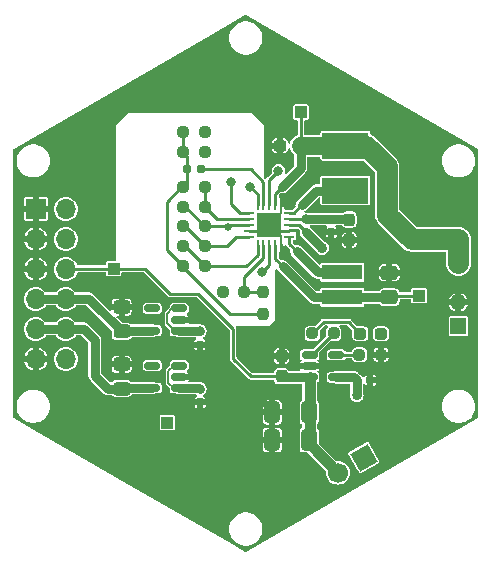
<source format=gbr>
%TF.GenerationSoftware,KiCad,Pcbnew,7.0.5*%
%TF.CreationDate,2023-06-07T18:34:11-04:00*%
%TF.ProjectId,PWR,5057522e-6b69-4636-9164-5f7063625858,rev?*%
%TF.SameCoordinates,Original*%
%TF.FileFunction,Copper,L1,Top*%
%TF.FilePolarity,Positive*%
%FSLAX46Y46*%
G04 Gerber Fmt 4.6, Leading zero omitted, Abs format (unit mm)*
G04 Created by KiCad (PCBNEW 7.0.5) date 2023-06-07 18:34:11*
%MOMM*%
%LPD*%
G01*
G04 APERTURE LIST*
G04 Aperture macros list*
%AMRoundRect*
0 Rectangle with rounded corners*
0 $1 Rounding radius*
0 $2 $3 $4 $5 $6 $7 $8 $9 X,Y pos of 4 corners*
0 Add a 4 corners polygon primitive as box body*
4,1,4,$2,$3,$4,$5,$6,$7,$8,$9,$2,$3,0*
0 Add four circle primitives for the rounded corners*
1,1,$1+$1,$2,$3*
1,1,$1+$1,$4,$5*
1,1,$1+$1,$6,$7*
1,1,$1+$1,$8,$9*
0 Add four rect primitives between the rounded corners*
20,1,$1+$1,$2,$3,$4,$5,0*
20,1,$1+$1,$4,$5,$6,$7,0*
20,1,$1+$1,$6,$7,$8,$9,0*
20,1,$1+$1,$8,$9,$2,$3,0*%
%AMHorizOval*
0 Thick line with rounded ends*
0 $1 width*
0 $2 $3 position (X,Y) of the first rounded end (center of the circle)*
0 $4 $5 position (X,Y) of the second rounded end (center of the circle)*
0 Add line between two ends*
20,1,$1,$2,$3,$4,$5,0*
0 Add two circle primitives to create the rounded ends*
1,1,$1,$2,$3*
1,1,$1,$4,$5*%
%AMRotRect*
0 Rectangle, with rotation*
0 The origin of the aperture is its center*
0 $1 length*
0 $2 width*
0 $3 Rotation angle, in degrees counterclockwise*
0 Add horizontal line*
21,1,$1,$2,0,0,$3*%
G04 Aperture macros list end*
%TA.AperFunction,SMDPad,CuDef*%
%ADD10RoundRect,0.237500X0.250000X0.237500X-0.250000X0.237500X-0.250000X-0.237500X0.250000X-0.237500X0*%
%TD*%
%TA.AperFunction,SMDPad,CuDef*%
%ADD11RoundRect,0.237500X0.237500X-0.300000X0.237500X0.300000X-0.237500X0.300000X-0.237500X-0.300000X0*%
%TD*%
%TA.AperFunction,SMDPad,CuDef*%
%ADD12RoundRect,0.150000X0.512500X0.150000X-0.512500X0.150000X-0.512500X-0.150000X0.512500X-0.150000X0*%
%TD*%
%TA.AperFunction,SMDPad,CuDef*%
%ADD13RoundRect,0.155000X-0.212500X-0.155000X0.212500X-0.155000X0.212500X0.155000X-0.212500X0.155000X0*%
%TD*%
%TA.AperFunction,SMDPad,CuDef*%
%ADD14R,1.000000X1.000000*%
%TD*%
%TA.AperFunction,SMDPad,CuDef*%
%ADD15RoundRect,0.237500X-0.250000X-0.237500X0.250000X-0.237500X0.250000X0.237500X-0.250000X0.237500X0*%
%TD*%
%TA.AperFunction,SMDPad,CuDef*%
%ADD16RoundRect,0.250000X0.412500X0.650000X-0.412500X0.650000X-0.412500X-0.650000X0.412500X-0.650000X0*%
%TD*%
%TA.AperFunction,SMDPad,CuDef*%
%ADD17R,3.900000X2.200000*%
%TD*%
%TA.AperFunction,SMDPad,CuDef*%
%ADD18RoundRect,0.237500X0.237500X-0.250000X0.237500X0.250000X-0.237500X0.250000X-0.237500X-0.250000X0*%
%TD*%
%TA.AperFunction,SMDPad,CuDef*%
%ADD19RoundRect,0.155000X-0.155000X0.212500X-0.155000X-0.212500X0.155000X-0.212500X0.155000X0.212500X0*%
%TD*%
%TA.AperFunction,SMDPad,CuDef*%
%ADD20RoundRect,0.062500X-0.062500X0.375000X-0.062500X-0.375000X0.062500X-0.375000X0.062500X0.375000X0*%
%TD*%
%TA.AperFunction,SMDPad,CuDef*%
%ADD21RoundRect,0.062500X-0.375000X0.062500X-0.375000X-0.062500X0.375000X-0.062500X0.375000X0.062500X0*%
%TD*%
%TA.AperFunction,SMDPad,CuDef*%
%ADD22R,2.000000X2.000000*%
%TD*%
%TA.AperFunction,SMDPad,CuDef*%
%ADD23RoundRect,0.237500X-0.237500X0.300000X-0.237500X-0.300000X0.237500X-0.300000X0.237500X0.300000X0*%
%TD*%
%TA.AperFunction,SMDPad,CuDef*%
%ADD24RoundRect,0.250000X0.450000X-0.325000X0.450000X0.325000X-0.450000X0.325000X-0.450000X-0.325000X0*%
%TD*%
%TA.AperFunction,SMDPad,CuDef*%
%ADD25R,3.400000X1.300000*%
%TD*%
%TA.AperFunction,ComponentPad*%
%ADD26R,1.350000X1.350000*%
%TD*%
%TA.AperFunction,ComponentPad*%
%ADD27O,1.350000X1.350000*%
%TD*%
%TA.AperFunction,SMDPad,CuDef*%
%ADD28RoundRect,0.150000X-0.512500X-0.150000X0.512500X-0.150000X0.512500X0.150000X-0.512500X0.150000X0*%
%TD*%
%TA.AperFunction,SMDPad,CuDef*%
%ADD29RoundRect,0.237500X-0.287500X-0.237500X0.287500X-0.237500X0.287500X0.237500X-0.287500X0.237500X0*%
%TD*%
%TA.AperFunction,SMDPad,CuDef*%
%ADD30RoundRect,0.250000X0.475000X-0.337500X0.475000X0.337500X-0.475000X0.337500X-0.475000X-0.337500X0*%
%TD*%
%TA.AperFunction,ComponentPad*%
%ADD31RotRect,1.700000X1.700000X300.000000*%
%TD*%
%TA.AperFunction,ComponentPad*%
%ADD32HorizOval,1.700000X0.000000X0.000000X0.000000X0.000000X0*%
%TD*%
%TA.AperFunction,SMDPad,CuDef*%
%ADD33RoundRect,0.155000X0.212500X0.155000X-0.212500X0.155000X-0.212500X-0.155000X0.212500X-0.155000X0*%
%TD*%
%TA.AperFunction,SMDPad,CuDef*%
%ADD34RoundRect,0.237500X0.300000X0.237500X-0.300000X0.237500X-0.300000X-0.237500X0.300000X-0.237500X0*%
%TD*%
%TA.AperFunction,ComponentPad*%
%ADD35R,1.700000X1.700000*%
%TD*%
%TA.AperFunction,ComponentPad*%
%ADD36O,1.700000X1.700000*%
%TD*%
%TA.AperFunction,ViaPad*%
%ADD37C,0.660400*%
%TD*%
%TA.AperFunction,ViaPad*%
%ADD38C,0.863600*%
%TD*%
%TA.AperFunction,ViaPad*%
%ADD39C,0.800000*%
%TD*%
%TA.AperFunction,ViaPad*%
%ADD40C,0.762000*%
%TD*%
%TA.AperFunction,Conductor*%
%ADD41C,0.254000*%
%TD*%
%TA.AperFunction,Conductor*%
%ADD42C,0.152400*%
%TD*%
%TA.AperFunction,Conductor*%
%ADD43C,0.762000*%
%TD*%
%TA.AperFunction,Conductor*%
%ADD44C,0.889000*%
%TD*%
%TA.AperFunction,Conductor*%
%ADD45C,1.778000*%
%TD*%
%TA.AperFunction,Conductor*%
%ADD46C,1.524000*%
%TD*%
G04 APERTURE END LIST*
D10*
%TO.P,R15,1*%
%TO.N,GND*%
X158442500Y-101440000D03*
%TO.P,R15,2*%
%TO.N,Net-(U4-PROG)*%
X156617500Y-101440000D03*
%TD*%
D11*
%TO.P,C4,1*%
%TO.N,/VBAT*%
X150030000Y-103252500D03*
%TO.P,C4,2*%
%TO.N,GND*%
X150030000Y-101527500D03*
%TD*%
D12*
%TO.P,U1,1,VIN*%
%TO.N,/VBAT*%
X141367500Y-99402500D03*
%TO.P,U1,2,GND*%
%TO.N,GND*%
X141367500Y-98452500D03*
%TO.P,U1,3,EN*%
%TO.N,/VBAT*%
X141367500Y-97502500D03*
%TO.P,U1,4,NC*%
%TO.N,unconnected-(U1-NC-Pad4)*%
X139092500Y-97502500D03*
%TO.P,U1,5,VOUT*%
%TO.N,+3V3*%
X139092500Y-99402500D03*
%TD*%
D13*
%TO.P,C13,1*%
%TO.N,+5V*%
X156392500Y-103590000D03*
%TO.P,C13,2*%
%TO.N,GND*%
X157527500Y-103590000D03*
%TD*%
D14*
%TO.P,TP1,1,1*%
%TO.N,/VBAT*%
X135820000Y-94140000D03*
%TD*%
D15*
%TO.P,R13,1*%
%TO.N,GND*%
X141683220Y-82594280D03*
%TO.P,R13,2*%
%TO.N,/~{EN}*%
X143508220Y-82594280D03*
%TD*%
D10*
%TO.P,R16,1*%
%TO.N,Net-(U4-STAT)*%
X154442500Y-99630000D03*
%TO.P,R16,2*%
%TO.N,Net-(D1-K)*%
X152617500Y-99630000D03*
%TD*%
D16*
%TO.P,C5,1*%
%TO.N,/VBAT*%
X152362500Y-106300000D03*
%TO.P,C5,2*%
%TO.N,GND*%
X149237500Y-106300000D03*
%TD*%
D15*
%TO.P,R12,1*%
%TO.N,GND*%
X141683220Y-84294280D03*
%TO.P,R12,2*%
%TO.N,/VOUT_EN*%
X143508220Y-84294280D03*
%TD*%
D17*
%TO.P,L2,1*%
%TO.N,/SC*%
X155420000Y-83740000D03*
%TO.P,L2,2*%
%TO.N,Net-(U2-LBOOST)*%
X155420000Y-87540000D03*
%TD*%
D18*
%TO.P,R11,1*%
%TO.N,GND*%
X148420000Y-97952500D03*
%TO.P,R11,2*%
%TO.N,Net-(U2-VOUT_SET)*%
X148420000Y-96127500D03*
%TD*%
D19*
%TO.P,C11,1*%
%TO.N,/VBAT*%
X143130000Y-104322500D03*
%TO.P,C11,2*%
%TO.N,GND*%
X143130000Y-105457500D03*
%TD*%
D20*
%TO.P,U2,1,VSS*%
%TO.N,GND*%
X149995720Y-88756780D03*
%TO.P,U2,2,VIN_DC*%
%TO.N,/SC*%
X149495720Y-88756780D03*
%TO.P,U2,3,VOC_SAMP*%
%TO.N,Net-(U2-VOC_SAMP)*%
X148995720Y-88756780D03*
%TO.P,U2,4,VREF_SAMP*%
%TO.N,Net-(U2-VREF_SAMP)*%
X148495720Y-88756780D03*
%TO.P,U2,5,~{EN}*%
%TO.N,/~{EN}*%
X147995720Y-88756780D03*
D21*
%TO.P,U2,6,VOUT_EN*%
%TO.N,/VOUT_EN*%
X147308220Y-89444280D03*
%TO.P,U2,7,VBAT_OV*%
%TO.N,Net-(U2-VBAT_OV)*%
X147308220Y-89944280D03*
%TO.P,U2,8,VRDIV*%
%TO.N,Net-(U2-VRDIV)*%
X147308220Y-90444280D03*
%TO.P,U2,9,VSS*%
%TO.N,GND*%
X147308220Y-90944280D03*
%TO.P,U2,10,OK_HYST*%
%TO.N,Net-(U2-OK_HYST)*%
X147308220Y-91444280D03*
D20*
%TO.P,U2,11,OK_PROG*%
%TO.N,Net-(U2-OK_PROG)*%
X147995720Y-92131780D03*
%TO.P,U2,12,VOUT_SET*%
%TO.N,Net-(U2-VOUT_SET)*%
X148495720Y-92131780D03*
%TO.P,U2,13,VBAT_OK*%
%TO.N,/VBAT_OK*%
X148995720Y-92131780D03*
%TO.P,U2,14,VOUT*%
%TO.N,Net-(U2-VOUT)*%
X149495720Y-92131780D03*
%TO.P,U2,15,VSS*%
%TO.N,GND*%
X149995720Y-92131780D03*
D21*
%TO.P,U2,16,LBUCK*%
%TO.N,Net-(U2-LBUCK)*%
X150683220Y-91444280D03*
%TO.P,U2,17,VSS*%
%TO.N,GND*%
X150683220Y-90944280D03*
%TO.P,U2,18,VBAT*%
%TO.N,/VBAT*%
X150683220Y-90444280D03*
%TO.P,U2,19,VSTOR*%
%TO.N,Net-(U2-VOC_SAMP)*%
X150683220Y-89944280D03*
%TO.P,U2,20,LBOOST*%
%TO.N,Net-(U2-LBOOST)*%
X150683220Y-89444280D03*
D22*
%TO.P,U2,21,VSS*%
%TO.N,GND*%
X148995720Y-90444280D03*
%TD*%
D23*
%TO.P,C3,1*%
%TO.N,Net-(U2-VOC_SAMP)*%
X155755720Y-89981780D03*
%TO.P,C3,2*%
%TO.N,GND*%
X155755720Y-91706780D03*
%TD*%
D15*
%TO.P,R10,1*%
%TO.N,Net-(U2-OK_PROG)*%
X141683220Y-92254280D03*
%TO.P,R10,2*%
%TO.N,Net-(U2-OK_HYST)*%
X143508220Y-92254280D03*
%TD*%
D24*
%TO.P,C10,1*%
%TO.N,+3V3*%
X136480000Y-99455000D03*
%TO.P,C10,2*%
%TO.N,GND*%
X136480000Y-97405000D03*
%TD*%
D15*
%TO.P,R14,1*%
%TO.N,GND*%
X141683220Y-93954280D03*
%TO.P,R14,2*%
%TO.N,Net-(U2-OK_PROG)*%
X143508220Y-93954280D03*
%TD*%
D25*
%TO.P,L1,1*%
%TO.N,Net-(U2-LBUCK)*%
X155170000Y-94464280D03*
%TO.P,L1,2*%
%TO.N,Net-(U2-VOUT)*%
X155170000Y-96564280D03*
%TD*%
D19*
%TO.P,C2,1*%
%TO.N,Net-(U2-VOC_SAMP)*%
X154245720Y-89926780D03*
%TO.P,C2,2*%
%TO.N,GND*%
X154245720Y-91061780D03*
%TD*%
D26*
%TO.P,J4,1,Pin_1*%
%TO.N,/SC*%
X165000000Y-91700000D03*
D27*
%TO.P,J4,2,Pin_2*%
X165000000Y-93700000D03*
%TD*%
D28*
%TO.P,U4,1,STAT*%
%TO.N,Net-(U4-STAT)*%
X152392500Y-101440000D03*
%TO.P,U4,2,VSS*%
%TO.N,GND*%
X152392500Y-102390000D03*
%TO.P,U4,3,VBAT*%
%TO.N,/VBAT*%
X152392500Y-103340000D03*
%TO.P,U4,4,VDD*%
%TO.N,+5V*%
X154667500Y-103340000D03*
%TO.P,U4,5,PROG*%
%TO.N,Net-(U4-PROG)*%
X154667500Y-101440000D03*
%TD*%
D29*
%TO.P,D1,1,K*%
%TO.N,Net-(D1-K)*%
X156700000Y-99660000D03*
%TO.P,D1,2,A*%
%TO.N,+5V*%
X158450000Y-99660000D03*
%TD*%
D15*
%TO.P,R9,1*%
%TO.N,GND*%
X141687500Y-87200000D03*
%TO.P,R9,2*%
%TO.N,Net-(U2-VBAT_OV)*%
X143512500Y-87200000D03*
%TD*%
D19*
%TO.P,C9,1*%
%TO.N,/VBAT*%
X143110000Y-99432500D03*
%TO.P,C9,2*%
%TO.N,GND*%
X143110000Y-100567500D03*
%TD*%
D14*
%TO.P,TP3,1,1*%
%TO.N,/SC*%
X151670000Y-80890000D03*
%TD*%
D30*
%TO.P,C6,1*%
%TO.N,Net-(U2-VOUT)*%
X159145720Y-96551780D03*
%TO.P,C6,2*%
%TO.N,GND*%
X159145720Y-94476780D03*
%TD*%
D24*
%TO.P,C12,1*%
%TO.N,+1V8*%
X136480000Y-104305000D03*
%TO.P,C12,2*%
%TO.N,GND*%
X136480000Y-102255000D03*
%TD*%
D14*
%TO.P,TP4,1,1*%
%TO.N,+5V*%
X140350000Y-107180000D03*
%TD*%
D16*
%TO.P,C1,1*%
%TO.N,/VBAT*%
X152362500Y-108650000D03*
%TO.P,C1,2*%
%TO.N,GND*%
X149237500Y-108650000D03*
%TD*%
D26*
%TO.P,J3,1,Pin_1*%
%TO.N,/BATTERY*%
X165000000Y-99000000D03*
D27*
%TO.P,J3,2,Pin_2*%
%TO.N,GND*%
X165000000Y-97000000D03*
%TD*%
D31*
%TO.P,J1,1,Pin_1*%
%TO.N,unconnected-(J1-Pin_1-Pad1)*%
X156994182Y-110142500D03*
D32*
%TO.P,J1,2,Pin_2*%
%TO.N,/VBAT*%
X154794477Y-111412500D03*
%TD*%
D10*
%TO.P,R6,1*%
%TO.N,Net-(U2-VBAT_OV)*%
X143502500Y-88890000D03*
%TO.P,R6,2*%
%TO.N,Net-(U2-VRDIV)*%
X141677500Y-88890000D03*
%TD*%
D33*
%TO.P,C8,1*%
%TO.N,Net-(U2-VREF_SAMP)*%
X143163220Y-85724280D03*
%TO.P,C8,2*%
%TO.N,GND*%
X142028220Y-85724280D03*
%TD*%
D34*
%TO.P,C7,1*%
%TO.N,/SC*%
X151632500Y-83720000D03*
%TO.P,C7,2*%
%TO.N,GND*%
X149907500Y-83720000D03*
%TD*%
D15*
%TO.P,R7,1*%
%TO.N,Net-(U2-OK_HYST)*%
X141683220Y-90554280D03*
%TO.P,R7,2*%
%TO.N,Net-(U2-VRDIV)*%
X143508220Y-90554280D03*
%TD*%
D14*
%TO.P,TP2,1,1*%
%TO.N,Net-(U2-VOUT)*%
X161660000Y-96420000D03*
%TD*%
D12*
%TO.P,U3,1,VIN*%
%TO.N,/VBAT*%
X141367500Y-104252500D03*
%TO.P,U3,2,GND*%
%TO.N,GND*%
X141367500Y-103302500D03*
%TO.P,U3,3,EN*%
%TO.N,/VBAT*%
X141367500Y-102352500D03*
%TO.P,U3,4,NC*%
%TO.N,unconnected-(U3-NC-Pad4)*%
X139092500Y-102352500D03*
%TO.P,U3,5,VOUT*%
%TO.N,+1V8*%
X139092500Y-104252500D03*
%TD*%
D35*
%TO.P,J2,1,Pin_1*%
%TO.N,GND*%
X129225000Y-89100000D03*
D36*
%TO.P,J2,2,Pin_2*%
%TO.N,/~{EN}*%
X131765000Y-89100000D03*
%TO.P,J2,3,Pin_3*%
%TO.N,GND*%
X129225000Y-91640000D03*
%TO.P,J2,4,Pin_4*%
%TO.N,/VBAT_OK*%
X131765000Y-91640000D03*
%TO.P,J2,5,Pin_5*%
%TO.N,GND*%
X129225000Y-94180000D03*
%TO.P,J2,6,Pin_6*%
%TO.N,/VBAT*%
X131765000Y-94180000D03*
%TO.P,J2,7,Pin_7*%
%TO.N,+3V3*%
X129225000Y-96720000D03*
%TO.P,J2,8,Pin_8*%
X131765000Y-96720000D03*
%TO.P,J2,9,Pin_9*%
%TO.N,+1V8*%
X129225000Y-99260000D03*
%TO.P,J2,10,Pin_10*%
X131765000Y-99260000D03*
%TO.P,J2,11,Pin_11*%
%TO.N,GND*%
X129225000Y-101800000D03*
%TO.P,J2,12,Pin_12*%
%TO.N,+5V*%
X131765000Y-101800000D03*
%TD*%
D10*
%TO.P,R8,1*%
%TO.N,Net-(U2-VOUT_SET)*%
X146852500Y-96110000D03*
%TO.P,R8,2*%
%TO.N,Net-(U2-VRDIV)*%
X145027500Y-96110000D03*
%TD*%
D37*
%TO.N,GND*%
X133650000Y-90160000D03*
X155740000Y-92990000D03*
X148500000Y-105500000D03*
X139650000Y-80160000D03*
X159650000Y-107160000D03*
X161650000Y-107160000D03*
X151650000Y-76160000D03*
X135650000Y-90160000D03*
X136650000Y-109160000D03*
X161650000Y-87160000D03*
X141500000Y-111000000D03*
X142650000Y-113160000D03*
X141650000Y-78160000D03*
X137650000Y-80160000D03*
X134650000Y-109160000D03*
X165650000Y-101160000D03*
X150500000Y-105500000D03*
X153650000Y-78160000D03*
X151650000Y-78160000D03*
X148410000Y-89870000D03*
X145500000Y-109000000D03*
X151500000Y-111000000D03*
X150650000Y-115160000D03*
X133650000Y-82160000D03*
X143500000Y-111000000D03*
X136650000Y-111160000D03*
X146650000Y-113160000D03*
X149650000Y-76160000D03*
X147650000Y-80160000D03*
X149650000Y-80160000D03*
X145650000Y-80160000D03*
X135650000Y-86160000D03*
X163650000Y-83160000D03*
X135650000Y-84160000D03*
X151190000Y-87610000D03*
X159650000Y-83160000D03*
X143650000Y-80160000D03*
X163650000Y-89160000D03*
X159650000Y-81160000D03*
X157650000Y-80160000D03*
X157670000Y-95250000D03*
X147650000Y-78160000D03*
X161650000Y-89160000D03*
X163650000Y-87160000D03*
X155280000Y-85610000D03*
X138650000Y-109160000D03*
X148410000Y-90944280D03*
X163650000Y-103160000D03*
X159650000Y-105160000D03*
X147500000Y-111000000D03*
X132650000Y-107160000D03*
X149650000Y-82160000D03*
X131650000Y-86160000D03*
X135650000Y-82160000D03*
X161650000Y-105160000D03*
X146500000Y-105500000D03*
X152730000Y-85570000D03*
X143500000Y-109000000D03*
X149650000Y-78160000D03*
X165650000Y-89160000D03*
X153650000Y-80160000D03*
X149565720Y-90944280D03*
X144650000Y-113160000D03*
X159650000Y-109160000D03*
X142650000Y-115160000D03*
X150650000Y-113160000D03*
X161650000Y-85160000D03*
X143650000Y-76160000D03*
X143650000Y-78160000D03*
X157650000Y-107160000D03*
X148410000Y-97950000D03*
X149500000Y-111000000D03*
X152650000Y-113160000D03*
X138650000Y-111160000D03*
X147500000Y-109000000D03*
X132650000Y-105160000D03*
X155650000Y-80160000D03*
X136650000Y-107160000D03*
X145650000Y-78160000D03*
X163650000Y-101160000D03*
X139650000Y-78160000D03*
X134650000Y-107160000D03*
X149555000Y-89885000D03*
X148650000Y-113160000D03*
X135650000Y-80160000D03*
X165650000Y-87160000D03*
X161650000Y-83160000D03*
X133650000Y-84160000D03*
X140650000Y-113160000D03*
X145500000Y-111000000D03*
X133650000Y-86160000D03*
X141650000Y-80160000D03*
X161650000Y-103160000D03*
D38*
%TO.N,/VBAT*%
X153450011Y-92380003D03*
D39*
X150030000Y-103252500D03*
X143130000Y-99420000D03*
X143130000Y-104320000D03*
%TO.N,Net-(U2-VOC_SAMP)*%
X152125720Y-89944280D03*
X149760000Y-85850000D03*
%TO.N,+5V*%
X158500000Y-99640000D03*
D38*
X156390010Y-104869996D03*
D40*
X140350011Y-107179999D03*
D39*
%TO.N,/~{EN}*%
X147345720Y-87204280D03*
X143508220Y-82594280D03*
%TO.N,/VBAT_OK*%
X148375720Y-94464280D03*
%TO.N,/VOUT_EN*%
X145725720Y-86784280D03*
X143508220Y-84294280D03*
D37*
%TO.N,Net-(U2-VRDIV)*%
X145027500Y-96110000D03*
X145450000Y-90650000D03*
%TD*%
D41*
%TO.N,GND*%
X142028220Y-85724280D02*
X142028220Y-84639280D01*
X141683220Y-93984227D02*
X145648993Y-97950000D01*
D42*
X149995720Y-91374280D02*
X149565720Y-90944280D01*
D41*
X141687500Y-87100000D02*
X140310000Y-88477500D01*
X140310000Y-88477500D02*
X140310000Y-92581060D01*
X142028220Y-84639280D02*
X141683220Y-84294280D01*
D42*
X149995720Y-88756780D02*
X149995720Y-89444280D01*
D41*
X148495720Y-90944280D02*
X148995720Y-90444280D01*
X142028220Y-86859280D02*
X141687500Y-87200000D01*
X150683220Y-90944280D02*
X149495720Y-90944280D01*
X145648993Y-97950000D02*
X148410000Y-97950000D01*
D42*
X149995720Y-92131780D02*
X149995720Y-91374280D01*
D41*
X141683220Y-93954280D02*
X141683220Y-93984227D01*
D42*
X149555000Y-89885000D02*
X148995720Y-90444280D01*
D41*
X147308220Y-90944280D02*
X148495720Y-90944280D01*
X140310000Y-92581060D02*
X141683220Y-93954280D01*
D42*
X149995720Y-89444280D02*
X149555000Y-89885000D01*
D41*
X142028220Y-85724280D02*
X142028220Y-86859280D01*
X141683220Y-84294280D02*
X141683220Y-82594280D01*
X149495720Y-90944280D02*
X148995720Y-90444280D01*
%TO.N,/VBAT*%
X135815989Y-94135989D02*
X135820000Y-94140000D01*
X150683220Y-90444280D02*
X151484280Y-90444280D01*
X140570000Y-96280000D02*
X142950000Y-96280000D01*
D43*
X152392500Y-103340000D02*
X150117500Y-103340000D01*
D42*
X141367500Y-97502500D02*
X140787500Y-97502500D01*
D41*
X151484280Y-90444280D02*
X152110000Y-91070000D01*
D44*
X152392500Y-109010523D02*
X154794477Y-111412500D01*
D43*
X150117500Y-103340000D02*
X150030000Y-103252500D01*
D41*
X145930000Y-101770000D02*
X147412500Y-103252500D01*
X138430000Y-94140000D02*
X140570000Y-96280000D01*
D43*
X143062500Y-104252500D02*
X143130000Y-104320000D01*
D42*
X140972500Y-99402500D02*
X141367500Y-99402500D01*
X141367500Y-102352500D02*
X140917500Y-102352500D01*
X140787500Y-97502500D02*
X140350000Y-97940000D01*
D44*
X152392500Y-103340000D02*
X152392500Y-109010523D01*
D43*
X141367500Y-99402500D02*
X143112500Y-99402500D01*
D42*
X140350000Y-98780000D02*
X140972500Y-99402500D01*
D43*
X141367500Y-104252500D02*
X143062500Y-104252500D01*
D42*
X140440000Y-102830000D02*
X140440000Y-103790000D01*
X140902500Y-104252500D02*
X141367500Y-104252500D01*
D41*
X131765000Y-94135989D02*
X135815989Y-94135989D01*
D43*
X152110000Y-91070000D02*
X153420000Y-92380000D01*
X153420000Y-92380000D02*
X153450000Y-92380000D01*
D41*
X145930000Y-99260000D02*
X145930000Y-101770000D01*
X142950000Y-96280000D02*
X145930000Y-99260000D01*
D42*
X140440000Y-103790000D02*
X140902500Y-104252500D01*
X140917500Y-102352500D02*
X140440000Y-102830000D01*
D41*
X135820000Y-94140000D02*
X138430000Y-94140000D01*
D42*
X140350000Y-97940000D02*
X140350000Y-98780000D01*
D41*
X147412500Y-103252500D02*
X150030000Y-103252500D01*
D43*
X143112500Y-99402500D02*
X143130000Y-99420000D01*
D41*
%TO.N,Net-(U2-VOC_SAMP)*%
X150683220Y-89944280D02*
X152125720Y-89944280D01*
D43*
X155700720Y-89926780D02*
X155755720Y-89981780D01*
X154245720Y-89926780D02*
X155700720Y-89926780D01*
X152125720Y-89944280D02*
X154178220Y-89944280D01*
D41*
X148995720Y-88756780D02*
X148995720Y-86614280D01*
X148995720Y-86614280D02*
X149760000Y-85850000D01*
D45*
%TO.N,/SC*%
X158950000Y-89560000D02*
X161050000Y-91660000D01*
D43*
X151630000Y-85660000D02*
X150095000Y-87195000D01*
D45*
X157200000Y-83740000D02*
X158950000Y-85490000D01*
X155420000Y-83740000D02*
X157200000Y-83740000D01*
X158950000Y-85490000D02*
X158950000Y-89560000D01*
X161050000Y-91660000D02*
X165000000Y-91660000D01*
D41*
X151670000Y-83682500D02*
X151632500Y-83720000D01*
D45*
X165000000Y-91699994D02*
X165000000Y-93699990D01*
D41*
X151670000Y-80890000D02*
X151670000Y-83682500D01*
D46*
X155420000Y-83740000D02*
X151652500Y-83740000D01*
D43*
X151632500Y-83720000D02*
X151630000Y-83722500D01*
X151630000Y-83722500D02*
X151630000Y-85660000D01*
D41*
X149495720Y-88756780D02*
X149495720Y-87794280D01*
X149495720Y-87794280D02*
X150095000Y-87195000D01*
D43*
%TO.N,+3V3*%
X129225000Y-96675989D02*
X131765000Y-96675989D01*
X133700989Y-96675989D02*
X136480000Y-99455000D01*
X131765000Y-96675989D02*
X133700989Y-96675989D01*
X139092500Y-99402500D02*
X136532500Y-99402500D01*
X136532500Y-99402500D02*
X136480000Y-99455000D01*
%TO.N,+1V8*%
X133275989Y-99215989D02*
X134210000Y-100150000D01*
X134210000Y-103200000D02*
X135315000Y-104305000D01*
X136532500Y-104252500D02*
X136480000Y-104305000D01*
X139092500Y-104252500D02*
X136532500Y-104252500D01*
X135315000Y-104305000D02*
X136480000Y-104305000D01*
X129225000Y-99215989D02*
X131765000Y-99215989D01*
X131765000Y-99215989D02*
X133275989Y-99215989D01*
X134210000Y-100150000D02*
X134210000Y-103200000D01*
%TO.N,+5V*%
X156390000Y-103592500D02*
X156392500Y-103590000D01*
X156142500Y-103340000D02*
X156392500Y-103590000D01*
X154667500Y-103340000D02*
X156142500Y-103340000D01*
X156390000Y-104870000D02*
X156390000Y-103592500D01*
%TO.N,Net-(U2-VOUT)*%
X159133220Y-96564280D02*
X159145720Y-96551780D01*
D41*
X149495720Y-92131780D02*
X149495720Y-93325720D01*
X161660000Y-96420000D02*
X159277500Y-96420000D01*
D43*
X152734280Y-96564280D02*
X150130000Y-93960000D01*
X155170000Y-96564280D02*
X159133220Y-96564280D01*
D41*
X149495720Y-93325720D02*
X150130000Y-93960000D01*
X159277500Y-96420000D02*
X159145720Y-96551780D01*
D43*
X155170000Y-96564280D02*
X152734280Y-96564280D01*
D41*
%TO.N,/~{EN}*%
X147995720Y-87854280D02*
X147345720Y-87204280D01*
X147995720Y-88756780D02*
X147995720Y-87854280D01*
%TO.N,/VBAT_OK*%
X148995720Y-93844280D02*
X148375720Y-94464280D01*
X148995720Y-92131780D02*
X148995720Y-93844280D01*
%TO.N,Net-(U2-VREF_SAMP)*%
X147405720Y-85724280D02*
X143163220Y-85724280D01*
X148495720Y-86814280D02*
X147405720Y-85724280D01*
X148495720Y-88756780D02*
X148495720Y-86814280D01*
%TO.N,Net-(D1-K)*%
X153587500Y-98660000D02*
X155700000Y-98660000D01*
X155700000Y-98660000D02*
X156700000Y-99660000D01*
X152617500Y-99630000D02*
X153587500Y-98660000D01*
D43*
%TO.N,Net-(U2-LBUCK)*%
X153104280Y-94464280D02*
X151295000Y-92655000D01*
X155170000Y-94464280D02*
X153104280Y-94464280D01*
D41*
X150683220Y-92043220D02*
X151295000Y-92655000D01*
X150683220Y-91444280D02*
X150683220Y-92043220D01*
D43*
%TO.N,Net-(U2-LBOOST)*%
X155420000Y-87540000D02*
X152960000Y-87540000D01*
D41*
X150683220Y-89444280D02*
X151025720Y-89444280D01*
X151055720Y-89444280D02*
X151620720Y-88879280D01*
D43*
X152960000Y-87540000D02*
X151735720Y-88764280D01*
D41*
X151025720Y-89444280D02*
X151055720Y-89444280D01*
X151620720Y-88879280D02*
X151735720Y-88764280D01*
%TO.N,/VOUT_EN*%
X147308220Y-89444280D02*
X146515720Y-89444280D01*
X146325720Y-89254280D02*
X145725720Y-88654280D01*
X146515720Y-89444280D02*
X146325720Y-89254280D01*
X145725720Y-88654280D02*
X145725720Y-86784280D01*
%TO.N,Net-(U2-VRDIV)*%
X141677500Y-88890000D02*
X141843940Y-88890000D01*
X141843940Y-88890000D02*
X143508220Y-90554280D01*
X147308220Y-90444280D02*
X145655720Y-90444280D01*
X145655720Y-90444280D02*
X145450000Y-90650000D01*
X145354280Y-90554280D02*
X145450000Y-90650000D01*
X143508220Y-90554280D02*
X145354280Y-90554280D01*
%TO.N,Net-(U2-VBAT_OV)*%
X144556780Y-89944280D02*
X143502500Y-88890000D01*
X147308220Y-89944280D02*
X144556780Y-89944280D01*
X143512500Y-87200000D02*
X143512500Y-88880000D01*
X143512500Y-88880000D02*
X143502500Y-88890000D01*
%TO.N,Net-(U2-OK_HYST)*%
X146185720Y-91444280D02*
X145375720Y-92254280D01*
X141683220Y-90554280D02*
X141808220Y-90554280D01*
X141808220Y-90554280D02*
X143508220Y-92254280D01*
X147308220Y-91444280D02*
X146185720Y-91444280D01*
X145375720Y-92254280D02*
X143508220Y-92254280D01*
%TO.N,Net-(U2-VOUT_SET)*%
X148495720Y-93214280D02*
X146852500Y-94857500D01*
X148402500Y-96110000D02*
X148420000Y-96127500D01*
X146852500Y-96110000D02*
X148402500Y-96110000D01*
X148495720Y-92131780D02*
X148495720Y-93214280D01*
X146852500Y-94857500D02*
X146852500Y-96110000D01*
%TO.N,Net-(U2-OK_PROG)*%
X147035720Y-93954280D02*
X147995720Y-92994280D01*
X141683220Y-92254280D02*
X141808220Y-92254280D01*
X141808220Y-92254280D02*
X143508220Y-93954280D01*
X143508220Y-93954280D02*
X147035720Y-93954280D01*
X147995720Y-92994280D02*
X147995720Y-92131780D01*
%TO.N,Net-(U4-PROG)*%
X154667500Y-101440000D02*
X156617500Y-101440000D01*
%TO.N,Net-(U4-STAT)*%
X152632500Y-101440000D02*
X154442500Y-99630000D01*
X152392500Y-101440000D02*
X152632500Y-101440000D01*
%TD*%
%TA.AperFunction,Conductor*%
%TO.N,GND*%
G36*
X147043946Y-72689881D02*
G01*
X166650750Y-84009873D01*
X166689399Y-84055933D01*
X166694700Y-84085997D01*
X166694700Y-106725978D01*
X166674135Y-106782479D01*
X166650750Y-106802102D01*
X147043949Y-118122094D01*
X146984735Y-118132535D01*
X146956049Y-118122094D01*
X145978254Y-117557564D01*
X143610601Y-116190599D01*
X145589884Y-116190599D01*
X145609115Y-116422695D01*
X145609116Y-116422701D01*
X145666286Y-116648459D01*
X145666289Y-116648467D01*
X145737987Y-116811920D01*
X145759840Y-116861740D01*
X145759844Y-116861746D01*
X145887215Y-117056704D01*
X145887216Y-117056706D01*
X145887220Y-117056710D01*
X146044954Y-117228055D01*
X146228740Y-117371101D01*
X146433563Y-117481946D01*
X146653837Y-117557566D01*
X146653839Y-117557566D01*
X146653841Y-117557567D01*
X146883550Y-117595899D01*
X146883554Y-117595899D01*
X147116450Y-117595899D01*
X147346158Y-117557567D01*
X147346158Y-117557566D01*
X147346163Y-117557566D01*
X147566437Y-117481946D01*
X147771260Y-117371101D01*
X147955046Y-117228055D01*
X148112780Y-117056710D01*
X148240160Y-116861740D01*
X148333712Y-116648463D01*
X148390884Y-116422696D01*
X148410116Y-116190599D01*
X148390884Y-115958502D01*
X148390883Y-115958496D01*
X148333713Y-115732738D01*
X148333710Y-115732730D01*
X148240164Y-115519468D01*
X148240160Y-115519458D01*
X148159435Y-115395899D01*
X148112784Y-115324493D01*
X148112783Y-115324491D01*
X147955050Y-115153147D01*
X147955048Y-115153146D01*
X147955046Y-115153143D01*
X147771260Y-115010097D01*
X147566437Y-114899252D01*
X147566433Y-114899250D01*
X147566430Y-114899249D01*
X147346167Y-114823633D01*
X147346158Y-114823630D01*
X147116450Y-114785299D01*
X147116446Y-114785299D01*
X146883554Y-114785299D01*
X146883550Y-114785299D01*
X146653841Y-114823630D01*
X146653832Y-114823633D01*
X146433569Y-114899249D01*
X146228740Y-115010097D01*
X146044949Y-115153147D01*
X145887216Y-115324491D01*
X145887215Y-115324493D01*
X145759844Y-115519451D01*
X145759835Y-115519468D01*
X145666289Y-115732730D01*
X145666286Y-115732738D01*
X145609116Y-115958496D01*
X145609115Y-115958502D01*
X145589884Y-116190599D01*
X143610601Y-116190599D01*
X137080169Y-112420252D01*
X131730584Y-109331668D01*
X148422600Y-109331668D01*
X148437523Y-109425897D01*
X148437523Y-109425898D01*
X148495391Y-109539469D01*
X148585530Y-109629608D01*
X148699101Y-109687476D01*
X148793331Y-109702399D01*
X148793332Y-109702400D01*
X148983499Y-109702400D01*
X148983500Y-109702399D01*
X149491500Y-109702399D01*
X149491501Y-109702400D01*
X149681668Y-109702400D01*
X149681668Y-109702399D01*
X149775897Y-109687476D01*
X149775898Y-109687476D01*
X149889469Y-109629608D01*
X149979608Y-109539469D01*
X150037476Y-109425898D01*
X150037476Y-109425897D01*
X150052399Y-109331668D01*
X150052400Y-109331668D01*
X150052400Y-108904001D01*
X150052399Y-108904000D01*
X149491501Y-108904000D01*
X149491500Y-108904001D01*
X149491500Y-109702399D01*
X148983500Y-109702399D01*
X148983500Y-108904001D01*
X148983499Y-108904000D01*
X148422601Y-108904000D01*
X148422600Y-108904001D01*
X148422600Y-109331668D01*
X131730584Y-109331668D01*
X130109958Y-108395999D01*
X148422600Y-108395999D01*
X148422601Y-108396000D01*
X148983499Y-108396000D01*
X148983500Y-108395998D01*
X148983500Y-107597601D01*
X148983499Y-107597600D01*
X149491500Y-107597600D01*
X149491500Y-108395999D01*
X149491501Y-108396000D01*
X150052399Y-108396000D01*
X150052400Y-108395999D01*
X150052400Y-107968331D01*
X150037476Y-107874102D01*
X150037476Y-107874101D01*
X149979608Y-107760530D01*
X149889469Y-107670391D01*
X149775898Y-107612523D01*
X149681669Y-107597600D01*
X149491500Y-107597600D01*
X148983499Y-107597600D01*
X148793331Y-107597600D01*
X148699102Y-107612523D01*
X148699101Y-107612523D01*
X148585530Y-107670391D01*
X148495391Y-107760530D01*
X148437523Y-107874101D01*
X148437523Y-107874102D01*
X148422600Y-107968331D01*
X148422600Y-108395999D01*
X130109958Y-108395999D01*
X128895893Y-107695058D01*
X139697100Y-107695058D01*
X139705972Y-107739658D01*
X139739766Y-107790234D01*
X139756701Y-107801550D01*
X139790341Y-107824028D01*
X139797741Y-107825499D01*
X139834943Y-107832900D01*
X140865056Y-107832899D01*
X140865058Y-107832899D01*
X140877750Y-107830374D01*
X140909658Y-107824028D01*
X140960234Y-107790234D01*
X140994028Y-107739658D01*
X141002900Y-107695057D01*
X141002899Y-106664944D01*
X141002899Y-106664943D01*
X141002899Y-106664941D01*
X140999111Y-106645902D01*
X140994028Y-106620342D01*
X140960234Y-106569766D01*
X140960002Y-106569611D01*
X140936639Y-106554000D01*
X148422600Y-106554000D01*
X148422600Y-106981668D01*
X148437523Y-107075897D01*
X148437523Y-107075898D01*
X148495391Y-107189469D01*
X148585530Y-107279608D01*
X148699101Y-107337476D01*
X148793331Y-107352399D01*
X148793332Y-107352400D01*
X148983499Y-107352400D01*
X148983500Y-107352398D01*
X148983500Y-106554001D01*
X148983499Y-106554000D01*
X149491500Y-106554000D01*
X149491500Y-107352399D01*
X149491501Y-107352400D01*
X149681668Y-107352400D01*
X149681668Y-107352399D01*
X149775897Y-107337476D01*
X149775898Y-107337476D01*
X149889469Y-107279608D01*
X149979608Y-107189469D01*
X150037476Y-107075898D01*
X150037476Y-107075897D01*
X150052399Y-106981668D01*
X150052400Y-106981668D01*
X150052400Y-106554001D01*
X150052399Y-106554000D01*
X149491500Y-106554000D01*
X148983499Y-106554000D01*
X148422600Y-106554000D01*
X140936639Y-106554000D01*
X140909658Y-106535971D01*
X140872456Y-106528571D01*
X140865057Y-106527100D01*
X140865056Y-106527100D01*
X139834941Y-106527100D01*
X139790341Y-106535972D01*
X139739767Y-106569765D01*
X139739764Y-106569768D01*
X139705971Y-106620341D01*
X139697100Y-106664943D01*
X139697100Y-107695058D01*
X128895893Y-107695058D01*
X127349250Y-106802103D01*
X127310601Y-106756043D01*
X127305300Y-106725979D01*
X127305300Y-105798293D01*
X127589884Y-105798293D01*
X127609115Y-106030390D01*
X127609116Y-106030396D01*
X127666286Y-106256154D01*
X127666289Y-106256162D01*
X127737987Y-106419615D01*
X127759840Y-106469435D01*
X127759844Y-106469441D01*
X127887215Y-106664399D01*
X127887216Y-106664401D01*
X128013979Y-106802103D01*
X128044954Y-106835750D01*
X128228740Y-106978796D01*
X128433563Y-107089641D01*
X128653837Y-107165261D01*
X128653839Y-107165261D01*
X128653841Y-107165262D01*
X128883550Y-107203594D01*
X128883554Y-107203594D01*
X129116450Y-107203594D01*
X129346158Y-107165262D01*
X129346158Y-107165261D01*
X129346163Y-107165261D01*
X129566437Y-107089641D01*
X129771260Y-106978796D01*
X129955046Y-106835750D01*
X130112780Y-106664405D01*
X130240160Y-106469435D01*
X130333712Y-106256158D01*
X130362342Y-106143101D01*
X130386932Y-106045999D01*
X148422600Y-106045999D01*
X148422601Y-106046000D01*
X148983499Y-106046000D01*
X148983500Y-106045999D01*
X149491500Y-106045999D01*
X149491501Y-106046000D01*
X150052399Y-106046000D01*
X150052400Y-106045998D01*
X150052400Y-105618331D01*
X150037476Y-105524102D01*
X150037476Y-105524101D01*
X149979608Y-105410530D01*
X149889469Y-105320391D01*
X149775898Y-105262523D01*
X149681669Y-105247600D01*
X149491501Y-105247600D01*
X149491500Y-105247601D01*
X149491500Y-106045999D01*
X148983500Y-106045999D01*
X148983500Y-105247601D01*
X148983499Y-105247600D01*
X148793331Y-105247600D01*
X148699102Y-105262523D01*
X148699101Y-105262523D01*
X148585530Y-105320391D01*
X148495391Y-105410530D01*
X148437523Y-105524101D01*
X148437523Y-105524102D01*
X148422600Y-105618331D01*
X148422600Y-106045999D01*
X130386932Y-106045999D01*
X130390883Y-106030396D01*
X130390884Y-106030390D01*
X130395463Y-105975131D01*
X130410116Y-105798294D01*
X130403288Y-105715893D01*
X142667601Y-105715893D01*
X142670581Y-105741597D01*
X142670583Y-105741601D01*
X142717002Y-105846730D01*
X142798270Y-105927998D01*
X142876000Y-105962319D01*
X142876000Y-105962318D01*
X143384000Y-105962318D01*
X143461729Y-105927998D01*
X143542997Y-105846730D01*
X143589417Y-105741600D01*
X143592398Y-105715908D01*
X143592400Y-105715889D01*
X143592400Y-105711501D01*
X143592399Y-105711500D01*
X143384001Y-105711500D01*
X143384000Y-105711501D01*
X143384000Y-105962318D01*
X142876000Y-105962318D01*
X142876000Y-105711500D01*
X142667602Y-105711500D01*
X142667601Y-105711501D01*
X142667601Y-105715893D01*
X130403288Y-105715893D01*
X130390884Y-105566197D01*
X130390883Y-105566191D01*
X130333713Y-105340433D01*
X130333710Y-105340425D01*
X130271723Y-105199110D01*
X130240160Y-105127153D01*
X130148595Y-104987002D01*
X130112784Y-104932188D01*
X130112783Y-104932186D01*
X129955050Y-104760842D01*
X129955048Y-104760841D01*
X129955046Y-104760838D01*
X129771260Y-104617792D01*
X129566437Y-104506947D01*
X129566433Y-104506945D01*
X129566430Y-104506944D01*
X129346167Y-104431328D01*
X129346158Y-104431325D01*
X129116450Y-104392994D01*
X129116446Y-104392994D01*
X128883554Y-104392994D01*
X128883550Y-104392994D01*
X128653841Y-104431325D01*
X128653832Y-104431328D01*
X128433569Y-104506944D01*
X128433564Y-104506946D01*
X128433563Y-104506947D01*
X128228740Y-104617792D01*
X128061048Y-104748312D01*
X128044949Y-104760842D01*
X127887216Y-104932186D01*
X127887215Y-104932188D01*
X127759844Y-105127146D01*
X127759835Y-105127163D01*
X127666289Y-105340425D01*
X127666286Y-105340433D01*
X127609116Y-105566191D01*
X127609115Y-105566197D01*
X127589884Y-105798293D01*
X127305300Y-105798293D01*
X127305300Y-101545999D01*
X128254544Y-101545999D01*
X128254545Y-101546000D01*
X128793884Y-101546000D01*
X128765507Y-101590156D01*
X128725000Y-101728111D01*
X128725000Y-101871889D01*
X128765507Y-102009844D01*
X128793884Y-102054000D01*
X128254545Y-102054000D01*
X128294419Y-102185452D01*
X128387504Y-102359601D01*
X128512759Y-102512224D01*
X128512775Y-102512240D01*
X128665398Y-102637495D01*
X128665397Y-102637495D01*
X128839547Y-102730580D01*
X128970999Y-102770455D01*
X128971000Y-102770454D01*
X128971000Y-102233674D01*
X129082685Y-102284680D01*
X129189237Y-102300000D01*
X129260763Y-102300000D01*
X129367315Y-102284680D01*
X129479000Y-102233674D01*
X129479000Y-102770455D01*
X129610452Y-102730580D01*
X129784601Y-102637495D01*
X129937224Y-102512240D01*
X129937240Y-102512224D01*
X130062495Y-102359601D01*
X130155580Y-102185452D01*
X130195455Y-102054000D01*
X129656116Y-102054000D01*
X129684493Y-102009844D01*
X129725000Y-101871889D01*
X129725000Y-101800000D01*
X130757247Y-101800000D01*
X130774915Y-101979387D01*
X130776612Y-101996609D01*
X130825350Y-102157274D01*
X130833958Y-102185650D01*
X130927084Y-102359878D01*
X131052411Y-102512589D01*
X131205122Y-102637916D01*
X131379350Y-102731042D01*
X131482984Y-102762479D01*
X131558988Y-102785535D01*
X131568397Y-102788389D01*
X131765000Y-102807753D01*
X131961603Y-102788389D01*
X132150650Y-102731042D01*
X132324878Y-102637916D01*
X132477589Y-102512589D01*
X132602916Y-102359878D01*
X132696042Y-102185650D01*
X132753389Y-101996603D01*
X132772753Y-101800000D01*
X132753389Y-101603397D01*
X132696042Y-101414350D01*
X132602916Y-101240122D01*
X132477589Y-101087411D01*
X132324878Y-100962084D01*
X132150650Y-100868958D01*
X132150649Y-100868957D01*
X132150648Y-100868957D01*
X131961609Y-100811612D01*
X131961604Y-100811611D01*
X131961603Y-100811611D01*
X131765000Y-100792247D01*
X131764999Y-100792247D01*
X131717657Y-100796909D01*
X131568397Y-100811611D01*
X131568395Y-100811611D01*
X131568390Y-100811612D01*
X131379351Y-100868957D01*
X131205121Y-100962084D01*
X131052413Y-101087409D01*
X131052409Y-101087413D01*
X130927084Y-101240121D01*
X130833957Y-101414351D01*
X130776612Y-101603390D01*
X130776611Y-101603395D01*
X130776611Y-101603397D01*
X130763111Y-101740465D01*
X130759565Y-101776470D01*
X130757247Y-101800000D01*
X129725000Y-101800000D01*
X129725000Y-101728111D01*
X129684493Y-101590156D01*
X129656116Y-101546000D01*
X130195455Y-101546000D01*
X130195455Y-101545999D01*
X130155580Y-101414547D01*
X130062495Y-101240398D01*
X129937240Y-101087775D01*
X129937224Y-101087759D01*
X129784601Y-100962504D01*
X129784602Y-100962504D01*
X129610458Y-100869422D01*
X129479000Y-100829544D01*
X129478999Y-101366325D01*
X129367315Y-101315320D01*
X129260763Y-101300000D01*
X129189237Y-101300000D01*
X129082685Y-101315320D01*
X128971000Y-101366325D01*
X128971000Y-100829544D01*
X128839541Y-100869422D01*
X128665398Y-100962504D01*
X128512775Y-101087759D01*
X128512759Y-101087775D01*
X128387504Y-101240398D01*
X128294419Y-101414547D01*
X128254544Y-101545999D01*
X127305300Y-101545999D01*
X127305300Y-99260000D01*
X128217247Y-99260000D01*
X128232449Y-99414348D01*
X128236612Y-99456609D01*
X128287102Y-99623049D01*
X128293958Y-99645650D01*
X128387084Y-99819878D01*
X128512411Y-99972589D01*
X128665122Y-100097916D01*
X128839350Y-100191042D01*
X129028397Y-100248389D01*
X129225000Y-100267753D01*
X129421603Y-100248389D01*
X129610650Y-100191042D01*
X129784878Y-100097916D01*
X129937589Y-99972589D01*
X130062916Y-99819878D01*
X130075490Y-99796352D01*
X130120261Y-99756218D01*
X130153011Y-99749889D01*
X130836989Y-99749889D01*
X130893490Y-99770454D01*
X130914508Y-99796351D01*
X130927084Y-99819878D01*
X131052411Y-99972589D01*
X131205122Y-100097916D01*
X131379350Y-100191042D01*
X131568397Y-100248389D01*
X131765000Y-100267753D01*
X131961603Y-100248389D01*
X132150650Y-100191042D01*
X132324878Y-100097916D01*
X132477589Y-99972589D01*
X132602916Y-99819878D01*
X132615490Y-99796352D01*
X132660261Y-99756218D01*
X132693011Y-99749889D01*
X133018430Y-99749889D01*
X133074931Y-99770454D01*
X133080585Y-99775634D01*
X133650354Y-100345403D01*
X133675765Y-100399897D01*
X133676099Y-100407558D01*
X133676100Y-103190119D01*
X133676074Y-103191619D01*
X133673906Y-103255110D01*
X133673906Y-103255114D01*
X133684265Y-103297626D01*
X133685105Y-103302047D01*
X133691065Y-103345400D01*
X133699098Y-103363895D01*
X133703874Y-103378095D01*
X133706540Y-103389032D01*
X133708654Y-103397706D01*
X133720139Y-103418133D01*
X133730098Y-103435844D01*
X133732101Y-103439877D01*
X133749533Y-103480009D01*
X133749536Y-103480014D01*
X133762266Y-103495661D01*
X133770698Y-103508051D01*
X133780583Y-103525631D01*
X133780584Y-103525632D01*
X133780586Y-103525635D01*
X133807916Y-103552965D01*
X133811525Y-103556574D01*
X133814541Y-103559917D01*
X133842154Y-103593859D01*
X133842160Y-103593864D01*
X133858636Y-103605494D01*
X133870102Y-103615151D01*
X134930502Y-104675552D01*
X134931524Y-104676609D01*
X134949170Y-104695503D01*
X134974892Y-104723045D01*
X135012276Y-104745779D01*
X135015998Y-104748312D01*
X135050867Y-104774753D01*
X135050866Y-104774753D01*
X135050868Y-104774754D01*
X135050870Y-104774755D01*
X135069631Y-104782153D01*
X135083054Y-104788820D01*
X135090566Y-104793388D01*
X135100294Y-104799304D01*
X135136514Y-104809451D01*
X135142427Y-104811108D01*
X135146697Y-104812543D01*
X135187403Y-104828597D01*
X135207466Y-104830659D01*
X135222188Y-104833456D01*
X135241617Y-104838900D01*
X135285370Y-104838900D01*
X135289867Y-104839131D01*
X135309181Y-104841116D01*
X135333399Y-104843606D01*
X135353280Y-104840178D01*
X135368215Y-104838900D01*
X135632768Y-104838900D01*
X135689269Y-104859465D01*
X135694691Y-104865280D01*
X135695093Y-104864879D01*
X135699982Y-104869768D01*
X135699984Y-104869771D01*
X135790229Y-104960016D01*
X135903945Y-105017957D01*
X135998292Y-105032900D01*
X135998294Y-105032900D01*
X136961706Y-105032900D01*
X136961708Y-105032900D01*
X137056055Y-105017957D01*
X137169771Y-104960016D01*
X137260016Y-104869771D01*
X137278041Y-104834394D01*
X137322015Y-104793388D01*
X137356361Y-104786400D01*
X139129021Y-104786400D01*
X139129023Y-104786400D01*
X139190669Y-104777926D01*
X139237895Y-104771436D01*
X139237896Y-104771435D01*
X139237899Y-104771435D01*
X139372514Y-104712964D01*
X139372514Y-104712963D01*
X139373174Y-104712677D01*
X139408193Y-104705400D01*
X139650219Y-104705400D01*
X139650226Y-104705400D01*
X139675550Y-104702462D01*
X139779145Y-104656720D01*
X139859220Y-104576645D01*
X139904962Y-104473050D01*
X139907900Y-104447726D01*
X139907900Y-104057274D01*
X139904962Y-104031950D01*
X139859220Y-103928355D01*
X139779145Y-103848280D01*
X139769452Y-103844000D01*
X139675553Y-103802539D01*
X139675551Y-103802538D01*
X139675550Y-103802538D01*
X139668061Y-103801669D01*
X139650237Y-103799601D01*
X139650232Y-103799600D01*
X139650226Y-103799600D01*
X139650219Y-103799600D01*
X139399919Y-103799600D01*
X139354247Y-103786803D01*
X139307206Y-103758196D01*
X139279863Y-103750535D01*
X139165889Y-103718601D01*
X139165884Y-103718600D01*
X139165883Y-103718600D01*
X139165882Y-103718600D01*
X137274797Y-103718600D01*
X137218296Y-103698035D01*
X137212643Y-103692855D01*
X137169771Y-103649984D01*
X137169769Y-103649983D01*
X137056053Y-103592042D01*
X137056054Y-103592042D01*
X136976650Y-103579466D01*
X136961708Y-103577100D01*
X135998292Y-103577100D01*
X135983349Y-103579466D01*
X135903946Y-103592042D01*
X135790231Y-103649982D01*
X135790229Y-103649983D01*
X135790229Y-103649984D01*
X135699984Y-103740229D01*
X135699983Y-103740230D01*
X135695093Y-103745121D01*
X135692508Y-103742536D01*
X135654036Y-103768488D01*
X135632768Y-103771100D01*
X135572559Y-103771100D01*
X135516058Y-103750535D01*
X135510404Y-103745355D01*
X134769645Y-103004596D01*
X134744234Y-102950102D01*
X134743900Y-102942441D01*
X134743900Y-102611668D01*
X135627600Y-102611668D01*
X135642523Y-102705897D01*
X135642523Y-102705898D01*
X135700391Y-102819469D01*
X135790530Y-102909608D01*
X135904101Y-102967476D01*
X135998331Y-102982399D01*
X135998332Y-102982400D01*
X136225999Y-102982400D01*
X136226000Y-102982399D01*
X136734000Y-102982399D01*
X136734001Y-102982400D01*
X136961668Y-102982400D01*
X136961668Y-102982399D01*
X137055897Y-102967476D01*
X137055898Y-102967476D01*
X137169469Y-102909608D01*
X137236819Y-102842258D01*
X140206103Y-102842258D01*
X140207905Y-102848982D01*
X140210900Y-102871733D01*
X140210900Y-103782850D01*
X140210840Y-103785151D01*
X140210588Y-103789960D01*
X140208666Y-103826639D01*
X140217177Y-103848812D01*
X140221092Y-103862029D01*
X140226031Y-103885267D01*
X140230124Y-103890900D01*
X140241071Y-103911061D01*
X140243567Y-103917562D01*
X140243568Y-103917564D01*
X140260364Y-103934361D01*
X140269320Y-103944847D01*
X140283276Y-103964056D01*
X140283278Y-103964058D01*
X140289308Y-103967539D01*
X140307510Y-103981506D01*
X140526355Y-104200351D01*
X140551766Y-104254845D01*
X140552100Y-104262505D01*
X140552100Y-104447726D01*
X140555038Y-104473050D01*
X140600780Y-104576645D01*
X140680855Y-104656720D01*
X140784450Y-104702462D01*
X140809774Y-104705400D01*
X141060081Y-104705400D01*
X141105752Y-104718196D01*
X141152794Y-104746804D01*
X141294117Y-104786400D01*
X142763549Y-104786400D01*
X142799054Y-104793889D01*
X142811314Y-104799303D01*
X142835229Y-104809863D01*
X142878608Y-104851498D01*
X142885077Y-104911276D01*
X142851607Y-104961227D01*
X142835229Y-104970683D01*
X142798269Y-104987002D01*
X142717002Y-105068269D01*
X142670582Y-105173399D01*
X142667601Y-105199091D01*
X142667600Y-105199110D01*
X142667600Y-105203499D01*
X142667601Y-105203500D01*
X143592398Y-105203500D01*
X143592399Y-105203499D01*
X143592399Y-105199106D01*
X143589418Y-105173402D01*
X143589416Y-105173398D01*
X143542997Y-105068269D01*
X143461730Y-104987002D01*
X143424770Y-104970682D01*
X143381390Y-104929046D01*
X143374922Y-104869268D01*
X143408392Y-104819318D01*
X143424761Y-104809867D01*
X143462019Y-104793416D01*
X143543416Y-104712019D01*
X143562619Y-104668528D01*
X143573287Y-104650533D01*
X143612957Y-104598836D01*
X143668669Y-104464336D01*
X143687671Y-104320000D01*
X143668669Y-104175664D01*
X143612957Y-104041165D01*
X143568087Y-103982688D01*
X143557418Y-103964694D01*
X143543416Y-103932981D01*
X143462019Y-103851584D01*
X143462017Y-103851583D01*
X143364636Y-103808584D01*
X143347029Y-103798213D01*
X143326632Y-103782746D01*
X143326630Y-103782745D01*
X143307864Y-103775344D01*
X143294445Y-103768679D01*
X143277206Y-103758196D01*
X143277203Y-103758195D01*
X143249862Y-103750535D01*
X143235061Y-103746388D01*
X143230800Y-103744954D01*
X143190097Y-103728903D01*
X143170024Y-103726838D01*
X143155307Y-103724041D01*
X143143561Y-103720751D01*
X143135884Y-103718600D01*
X143135883Y-103718600D01*
X143092130Y-103718600D01*
X143087633Y-103718369D01*
X143044106Y-103713894D01*
X143044098Y-103713894D01*
X143024219Y-103717322D01*
X143009285Y-103718600D01*
X142227970Y-103718600D01*
X142171469Y-103698035D01*
X142141405Y-103645964D01*
X142147560Y-103595195D01*
X142164645Y-103556500D01*
X141201400Y-103556500D01*
X141144899Y-103535935D01*
X141114835Y-103483864D01*
X141113500Y-103468600D01*
X141113500Y-103136400D01*
X141134065Y-103079899D01*
X141186136Y-103049835D01*
X141201400Y-103048500D01*
X142164645Y-103048500D01*
X142164645Y-103048499D01*
X142133801Y-102978644D01*
X142048097Y-102892940D01*
X142049757Y-102891279D01*
X142021239Y-102851430D01*
X142025864Y-102791481D01*
X142049371Y-102763465D01*
X142048385Y-102762479D01*
X142054143Y-102756720D01*
X142054145Y-102756720D01*
X142134220Y-102676645D01*
X142179962Y-102573050D01*
X142182900Y-102547726D01*
X142182900Y-102157274D01*
X142179962Y-102131950D01*
X142134220Y-102028355D01*
X142054145Y-101948280D01*
X142054143Y-101948279D01*
X141950553Y-101902539D01*
X141950551Y-101902538D01*
X141950550Y-101902538D01*
X141943061Y-101901669D01*
X141925237Y-101899601D01*
X141925232Y-101899600D01*
X141925226Y-101899600D01*
X140809774Y-101899600D01*
X140809768Y-101899600D01*
X140809762Y-101899601D01*
X140784450Y-101902538D01*
X140784446Y-101902539D01*
X140680856Y-101948279D01*
X140600779Y-102028356D01*
X140555039Y-102131946D01*
X140555038Y-102131950D01*
X140552101Y-102157262D01*
X140552100Y-102157281D01*
X140552100Y-102357492D01*
X140531535Y-102413993D01*
X140526355Y-102419647D01*
X140283040Y-102662961D01*
X140281372Y-102664544D01*
X140250514Y-102692329D01*
X140250513Y-102692330D01*
X140250514Y-102692330D01*
X140240849Y-102714034D01*
X140234278Y-102726137D01*
X140226936Y-102737445D01*
X140221338Y-102746065D01*
X140220248Y-102752947D01*
X140213735Y-102774934D01*
X140210900Y-102781303D01*
X140210900Y-102805051D01*
X140209818Y-102818800D01*
X140206103Y-102842255D01*
X140206103Y-102842258D01*
X137236819Y-102842258D01*
X137259608Y-102819469D01*
X137317476Y-102705898D01*
X137317476Y-102705897D01*
X137332399Y-102611668D01*
X137332400Y-102611668D01*
X137332400Y-102547718D01*
X138277100Y-102547718D01*
X138277101Y-102547737D01*
X138280038Y-102573049D01*
X138280039Y-102573053D01*
X138306386Y-102632723D01*
X138325780Y-102676645D01*
X138405855Y-102756720D01*
X138509450Y-102802462D01*
X138534774Y-102805400D01*
X138534781Y-102805400D01*
X139650219Y-102805400D01*
X139650226Y-102805400D01*
X139675550Y-102802462D01*
X139779145Y-102756720D01*
X139859220Y-102676645D01*
X139904962Y-102573050D01*
X139907900Y-102547726D01*
X139907900Y-102157274D01*
X139904962Y-102131950D01*
X139859220Y-102028355D01*
X139779145Y-101948280D01*
X139779143Y-101948279D01*
X139675553Y-101902539D01*
X139675551Y-101902538D01*
X139675550Y-101902538D01*
X139668061Y-101901669D01*
X139650237Y-101899601D01*
X139650232Y-101899600D01*
X139650226Y-101899600D01*
X138534774Y-101899600D01*
X138534768Y-101899600D01*
X138534762Y-101899601D01*
X138509450Y-101902538D01*
X138509446Y-101902539D01*
X138405856Y-101948279D01*
X138325779Y-102028356D01*
X138280039Y-102131946D01*
X138280038Y-102131950D01*
X138277101Y-102157262D01*
X138277100Y-102157281D01*
X138277100Y-102547718D01*
X137332400Y-102547718D01*
X137332400Y-102509001D01*
X137332399Y-102509000D01*
X136734001Y-102509000D01*
X136734000Y-102509001D01*
X136734000Y-102982399D01*
X136226000Y-102982399D01*
X136226000Y-102509001D01*
X136225999Y-102509000D01*
X135627601Y-102509000D01*
X135627600Y-102509001D01*
X135627600Y-102611668D01*
X134743900Y-102611668D01*
X134743900Y-102000999D01*
X135627600Y-102000999D01*
X135627601Y-102001000D01*
X136225999Y-102001000D01*
X136226000Y-102000998D01*
X136226000Y-101527601D01*
X136225999Y-101527600D01*
X136734000Y-101527600D01*
X136734000Y-102000999D01*
X136734001Y-102001000D01*
X137332399Y-102001000D01*
X137332400Y-102000998D01*
X137332400Y-101898331D01*
X137317476Y-101804102D01*
X137317476Y-101804101D01*
X137259608Y-101690530D01*
X137169469Y-101600391D01*
X137055898Y-101542523D01*
X136961669Y-101527600D01*
X136734000Y-101527600D01*
X136225999Y-101527600D01*
X135998331Y-101527600D01*
X135904102Y-101542523D01*
X135904101Y-101542523D01*
X135790530Y-101600391D01*
X135700391Y-101690530D01*
X135642523Y-101804101D01*
X135642523Y-101804102D01*
X135627600Y-101898331D01*
X135627600Y-102000999D01*
X134743900Y-102000999D01*
X134743900Y-100821500D01*
X142647601Y-100821500D01*
X142647601Y-100825893D01*
X142650581Y-100851597D01*
X142650583Y-100851601D01*
X142697002Y-100956730D01*
X142778270Y-101037998D01*
X142856000Y-101072319D01*
X142856000Y-100821501D01*
X142855999Y-100821500D01*
X143364000Y-100821500D01*
X143364000Y-101072318D01*
X143441729Y-101037998D01*
X143522997Y-100956730D01*
X143569417Y-100851600D01*
X143572398Y-100825908D01*
X143572400Y-100825889D01*
X143572400Y-100821501D01*
X143572399Y-100821500D01*
X143364000Y-100821500D01*
X142855999Y-100821500D01*
X142647601Y-100821500D01*
X134743900Y-100821500D01*
X134743900Y-100159879D01*
X134743926Y-100158378D01*
X134745577Y-100110016D01*
X134746094Y-100094888D01*
X134735733Y-100052370D01*
X134734892Y-100047945D01*
X134728936Y-100004607D01*
X134728935Y-100004602D01*
X134722438Y-99989644D01*
X134720896Y-99986095D01*
X134716122Y-99971897D01*
X134711346Y-99952294D01*
X134689894Y-99914143D01*
X134687893Y-99910113D01*
X134686130Y-99906055D01*
X134670464Y-99869986D01*
X134670463Y-99869985D01*
X134670463Y-99869984D01*
X134657732Y-99854336D01*
X134649301Y-99841950D01*
X134639414Y-99824365D01*
X134608469Y-99793420D01*
X134605464Y-99790090D01*
X134577842Y-99756138D01*
X134561358Y-99744502D01*
X134549900Y-99734851D01*
X133660471Y-98845421D01*
X133659476Y-98844393D01*
X133616095Y-98797943D01*
X133578711Y-98775208D01*
X133574989Y-98772676D01*
X133568578Y-98767814D01*
X133540119Y-98746234D01*
X133540117Y-98746233D01*
X133532334Y-98743164D01*
X133521353Y-98738833D01*
X133507934Y-98732168D01*
X133490695Y-98721685D01*
X133490692Y-98721684D01*
X133468301Y-98715410D01*
X133448550Y-98709877D01*
X133444289Y-98708443D01*
X133403586Y-98692392D01*
X133383513Y-98690327D01*
X133368796Y-98687530D01*
X133357050Y-98684240D01*
X133349373Y-98682089D01*
X133349372Y-98682089D01*
X133305619Y-98682089D01*
X133301122Y-98681858D01*
X133257595Y-98677383D01*
X133257587Y-98677383D01*
X133237708Y-98680811D01*
X133222774Y-98682089D01*
X132629690Y-98682089D01*
X132573189Y-98661524D01*
X132561746Y-98649956D01*
X132477589Y-98547411D01*
X132324878Y-98422084D01*
X132150650Y-98328958D01*
X132150649Y-98328957D01*
X132150648Y-98328957D01*
X131961609Y-98271612D01*
X131961604Y-98271611D01*
X131961603Y-98271611D01*
X131765000Y-98252247D01*
X131568397Y-98271611D01*
X131568395Y-98271611D01*
X131568390Y-98271612D01*
X131379351Y-98328957D01*
X131205121Y-98422084D01*
X131110181Y-98500000D01*
X131052411Y-98547411D01*
X130968256Y-98649952D01*
X130916517Y-98680582D01*
X130900310Y-98682089D01*
X130089690Y-98682089D01*
X130033189Y-98661524D01*
X130021746Y-98649956D01*
X129937589Y-98547411D01*
X129784878Y-98422084D01*
X129610650Y-98328958D01*
X129610649Y-98328957D01*
X129610648Y-98328957D01*
X129421609Y-98271612D01*
X129421604Y-98271611D01*
X129421603Y-98271611D01*
X129225000Y-98252247D01*
X129028397Y-98271611D01*
X129028395Y-98271611D01*
X129028390Y-98271612D01*
X128839351Y-98328957D01*
X128665121Y-98422084D01*
X128512413Y-98547409D01*
X128512409Y-98547413D01*
X128387084Y-98700121D01*
X128293957Y-98874351D01*
X128236612Y-99063390D01*
X128236611Y-99063395D01*
X128236611Y-99063397D01*
X128217247Y-99260000D01*
X127305300Y-99260000D01*
X127305300Y-96720000D01*
X128217247Y-96720000D01*
X128229118Y-96840530D01*
X128236612Y-96916609D01*
X128293957Y-97105648D01*
X128293958Y-97105650D01*
X128387084Y-97279878D01*
X128512411Y-97432589D01*
X128665122Y-97557916D01*
X128839350Y-97651042D01*
X128973715Y-97691801D01*
X128993219Y-97697718D01*
X129028397Y-97708389D01*
X129225000Y-97727753D01*
X129421603Y-97708389D01*
X129610650Y-97651042D01*
X129784878Y-97557916D01*
X129937589Y-97432589D01*
X130062916Y-97279878D01*
X130075490Y-97256352D01*
X130120261Y-97216218D01*
X130153011Y-97209889D01*
X130836989Y-97209889D01*
X130893490Y-97230454D01*
X130914508Y-97256351D01*
X130927084Y-97279878D01*
X131052411Y-97432589D01*
X131205122Y-97557916D01*
X131379350Y-97651042D01*
X131513715Y-97691801D01*
X131533219Y-97697718D01*
X131568397Y-97708389D01*
X131765000Y-97727753D01*
X131961603Y-97708389D01*
X132150650Y-97651042D01*
X132324878Y-97557916D01*
X132477589Y-97432589D01*
X132602916Y-97279878D01*
X132615490Y-97256352D01*
X132660261Y-97216218D01*
X132693011Y-97209889D01*
X133443430Y-97209889D01*
X133499931Y-97230454D01*
X133505585Y-97235634D01*
X135601355Y-99331404D01*
X135626766Y-99385898D01*
X135627100Y-99393559D01*
X135627100Y-99811708D01*
X135629665Y-99827900D01*
X135642042Y-99906053D01*
X135699917Y-100019641D01*
X135699984Y-100019771D01*
X135790229Y-100110016D01*
X135903945Y-100167957D01*
X135998292Y-100182900D01*
X135998294Y-100182900D01*
X136961706Y-100182900D01*
X136961708Y-100182900D01*
X137056055Y-100167957D01*
X137169771Y-100110016D01*
X137260016Y-100019771D01*
X137278041Y-99984394D01*
X137322015Y-99943388D01*
X137356361Y-99936400D01*
X139129021Y-99936400D01*
X139129023Y-99936400D01*
X139190669Y-99927926D01*
X139237895Y-99921436D01*
X139237896Y-99921435D01*
X139237899Y-99921435D01*
X139372514Y-99862964D01*
X139372514Y-99862963D01*
X139373174Y-99862677D01*
X139408193Y-99855400D01*
X139650219Y-99855400D01*
X139650226Y-99855400D01*
X139675550Y-99852462D01*
X139779145Y-99806720D01*
X139859220Y-99726645D01*
X139904962Y-99623050D01*
X139907900Y-99597726D01*
X139907900Y-99207274D01*
X139904962Y-99181950D01*
X139859220Y-99078355D01*
X139779145Y-98998280D01*
X139779143Y-98998279D01*
X139675553Y-98952539D01*
X139675551Y-98952538D01*
X139675550Y-98952538D01*
X139668061Y-98951669D01*
X139650237Y-98949601D01*
X139650232Y-98949600D01*
X139650226Y-98949600D01*
X139650219Y-98949600D01*
X139399919Y-98949600D01*
X139354247Y-98936803D01*
X139307206Y-98908196D01*
X139281740Y-98901061D01*
X139165889Y-98868601D01*
X139165884Y-98868600D01*
X139165883Y-98868600D01*
X139165882Y-98868600D01*
X137274797Y-98868600D01*
X137218296Y-98848035D01*
X137212643Y-98842855D01*
X137169771Y-98799984D01*
X137169769Y-98799983D01*
X137056053Y-98742042D01*
X137056054Y-98742042D01*
X136976649Y-98729466D01*
X136961708Y-98727100D01*
X136961707Y-98727100D01*
X136543559Y-98727100D01*
X136487058Y-98706535D01*
X136481404Y-98701355D01*
X136062504Y-98282455D01*
X136037093Y-98227961D01*
X136052656Y-98169883D01*
X136101909Y-98135395D01*
X136124659Y-98132400D01*
X136225999Y-98132400D01*
X136226000Y-98132399D01*
X136734000Y-98132399D01*
X136734001Y-98132400D01*
X136961668Y-98132400D01*
X136961668Y-98132399D01*
X137055897Y-98117476D01*
X137055898Y-98117476D01*
X137169469Y-98059608D01*
X137259608Y-97969469D01*
X137317476Y-97855898D01*
X137317476Y-97855897D01*
X137332399Y-97761668D01*
X137332400Y-97761668D01*
X137332400Y-97697718D01*
X138277100Y-97697718D01*
X138277101Y-97697737D01*
X138280038Y-97723049D01*
X138280039Y-97723053D01*
X138310436Y-97791894D01*
X138325780Y-97826645D01*
X138405855Y-97906720D01*
X138509450Y-97952462D01*
X138534774Y-97955400D01*
X138534781Y-97955400D01*
X139650219Y-97955400D01*
X139650226Y-97955400D01*
X139675550Y-97952462D01*
X139676012Y-97952258D01*
X140116103Y-97952258D01*
X140116944Y-97955398D01*
X140117905Y-97958982D01*
X140120900Y-97981733D01*
X140120900Y-98772850D01*
X140120840Y-98775151D01*
X140118666Y-98816639D01*
X140127177Y-98838812D01*
X140131092Y-98852029D01*
X140136031Y-98875267D01*
X140140124Y-98880900D01*
X140151071Y-98901061D01*
X140153567Y-98907562D01*
X140153568Y-98907564D01*
X140170364Y-98924361D01*
X140179320Y-98934847D01*
X140193276Y-98954056D01*
X140193278Y-98954058D01*
X140199308Y-98957539D01*
X140217510Y-98971506D01*
X140526355Y-99280351D01*
X140551766Y-99334845D01*
X140552100Y-99342505D01*
X140552100Y-99597726D01*
X140555038Y-99623050D01*
X140600780Y-99726645D01*
X140680855Y-99806720D01*
X140784450Y-99852462D01*
X140809774Y-99855400D01*
X141060081Y-99855400D01*
X141105752Y-99868196D01*
X141152794Y-99896804D01*
X141294117Y-99936400D01*
X142728864Y-99936400D01*
X142785365Y-99956965D01*
X142815429Y-100009036D01*
X142804988Y-100068250D01*
X142783857Y-100091073D01*
X142784028Y-100091244D01*
X142779600Y-100095671D01*
X142778540Y-100096817D01*
X142778270Y-100097001D01*
X142697002Y-100178269D01*
X142650582Y-100283399D01*
X142647601Y-100309091D01*
X142647600Y-100309110D01*
X142647600Y-100313499D01*
X142647601Y-100313500D01*
X143572398Y-100313500D01*
X143572399Y-100313498D01*
X143572399Y-100309106D01*
X143569418Y-100283402D01*
X143569416Y-100283398D01*
X143522997Y-100178269D01*
X143441730Y-100097002D01*
X143404770Y-100080682D01*
X143361390Y-100039046D01*
X143354922Y-99979268D01*
X143388392Y-99929318D01*
X143404761Y-99919867D01*
X143442019Y-99903416D01*
X143523416Y-99822019D01*
X143525909Y-99816372D01*
X143536581Y-99798369D01*
X143612957Y-99698836D01*
X143668669Y-99564336D01*
X143687671Y-99420000D01*
X143668669Y-99275664D01*
X143612957Y-99141165D01*
X143569892Y-99085041D01*
X143524336Y-99025670D01*
X143524328Y-99025663D01*
X143448268Y-98967300D01*
X143443941Y-98963505D01*
X143442021Y-98961585D01*
X143435304Y-98956984D01*
X143435504Y-98956691D01*
X143430833Y-98953921D01*
X143408838Y-98937044D01*
X143408836Y-98937043D01*
X143274336Y-98881330D01*
X143199402Y-98871465D01*
X143187169Y-98868960D01*
X143185884Y-98868600D01*
X143185883Y-98868600D01*
X143180516Y-98868600D01*
X143174779Y-98868224D01*
X143141208Y-98863804D01*
X143130001Y-98862329D01*
X143129997Y-98862329D01*
X143117795Y-98863935D01*
X143097338Y-98864226D01*
X143094110Y-98863894D01*
X143094098Y-98863894D01*
X143074219Y-98867322D01*
X143059285Y-98868600D01*
X142227970Y-98868600D01*
X142171469Y-98848035D01*
X142141405Y-98795964D01*
X142147560Y-98745195D01*
X142164645Y-98706500D01*
X141201400Y-98706500D01*
X141144899Y-98685935D01*
X141114835Y-98633864D01*
X141113500Y-98618600D01*
X141113500Y-98286400D01*
X141134065Y-98229899D01*
X141186136Y-98199835D01*
X141201400Y-98198500D01*
X142164645Y-98198500D01*
X142164645Y-98198499D01*
X142133801Y-98128644D01*
X142048097Y-98042940D01*
X142049757Y-98041279D01*
X142021239Y-98001430D01*
X142025864Y-97941481D01*
X142049371Y-97913465D01*
X142048385Y-97912479D01*
X142054143Y-97906720D01*
X142054145Y-97906720D01*
X142134220Y-97826645D01*
X142179962Y-97723050D01*
X142182900Y-97697726D01*
X142182900Y-97307274D01*
X142179962Y-97281950D01*
X142134220Y-97178355D01*
X142054145Y-97098280D01*
X142053919Y-97098180D01*
X141950553Y-97052539D01*
X141950551Y-97052538D01*
X141950550Y-97052538D01*
X141943061Y-97051669D01*
X141925237Y-97049601D01*
X141925232Y-97049600D01*
X141925226Y-97049600D01*
X140809774Y-97049600D01*
X140809768Y-97049600D01*
X140809762Y-97049601D01*
X140784450Y-97052538D01*
X140784446Y-97052539D01*
X140680856Y-97098279D01*
X140600779Y-97178356D01*
X140555039Y-97281946D01*
X140555038Y-97281950D01*
X140552101Y-97307262D01*
X140552100Y-97307281D01*
X140552100Y-97377492D01*
X140531535Y-97433993D01*
X140526355Y-97439647D01*
X140193040Y-97772961D01*
X140191372Y-97774544D01*
X140160514Y-97802329D01*
X140160513Y-97802330D01*
X140160514Y-97802330D01*
X140150849Y-97824034D01*
X140144278Y-97836137D01*
X140135226Y-97850076D01*
X140131338Y-97856065D01*
X140130248Y-97862947D01*
X140123735Y-97884934D01*
X140120900Y-97891303D01*
X140120900Y-97915051D01*
X140119818Y-97928800D01*
X140117810Y-97941481D01*
X140116103Y-97952258D01*
X139676012Y-97952258D01*
X139779145Y-97906720D01*
X139859220Y-97826645D01*
X139904962Y-97723050D01*
X139907900Y-97697726D01*
X139907900Y-97307274D01*
X139904962Y-97281950D01*
X139859220Y-97178355D01*
X139779145Y-97098280D01*
X139778919Y-97098180D01*
X139675553Y-97052539D01*
X139675551Y-97052538D01*
X139675550Y-97052538D01*
X139668061Y-97051669D01*
X139650237Y-97049601D01*
X139650232Y-97049600D01*
X139650226Y-97049600D01*
X138534774Y-97049600D01*
X138534768Y-97049600D01*
X138534762Y-97049601D01*
X138509450Y-97052538D01*
X138509446Y-97052539D01*
X138405856Y-97098279D01*
X138325779Y-97178356D01*
X138280039Y-97281946D01*
X138280038Y-97281950D01*
X138277101Y-97307262D01*
X138277100Y-97307281D01*
X138277100Y-97697718D01*
X137332400Y-97697718D01*
X137332400Y-97659001D01*
X137332399Y-97659000D01*
X136734001Y-97659000D01*
X136734000Y-97659001D01*
X136734000Y-98132399D01*
X136226000Y-98132399D01*
X136226000Y-97659000D01*
X135627601Y-97659000D01*
X135614060Y-97672540D01*
X135607035Y-97691842D01*
X135554964Y-97721906D01*
X135495750Y-97711465D01*
X135477545Y-97697496D01*
X134931047Y-97150998D01*
X135627600Y-97150998D01*
X135627601Y-97151000D01*
X136225999Y-97151000D01*
X136226000Y-97150999D01*
X136734000Y-97150999D01*
X136734001Y-97151000D01*
X137332399Y-97151000D01*
X137332400Y-97150999D01*
X137332400Y-97048331D01*
X137317476Y-96954102D01*
X137317476Y-96954101D01*
X137259608Y-96840530D01*
X137169469Y-96750391D01*
X137055898Y-96692523D01*
X136961669Y-96677600D01*
X136734001Y-96677600D01*
X136734000Y-96677601D01*
X136734000Y-97150999D01*
X136226000Y-97150999D01*
X136226000Y-96677601D01*
X136225999Y-96677600D01*
X135998331Y-96677600D01*
X135904102Y-96692523D01*
X135904101Y-96692523D01*
X135790530Y-96750391D01*
X135700391Y-96840530D01*
X135642523Y-96954101D01*
X135642523Y-96954102D01*
X135627600Y-97048331D01*
X135627600Y-97150998D01*
X134931047Y-97150998D01*
X134085471Y-96305421D01*
X134084476Y-96304393D01*
X134041095Y-96257943D01*
X134003711Y-96235208D01*
X133999989Y-96232676D01*
X133968451Y-96208761D01*
X133965119Y-96206234D01*
X133965117Y-96206233D01*
X133957334Y-96203164D01*
X133946353Y-96198833D01*
X133932934Y-96192168D01*
X133915695Y-96181685D01*
X133915692Y-96181684D01*
X133893301Y-96175410D01*
X133873550Y-96169877D01*
X133869289Y-96168443D01*
X133828586Y-96152392D01*
X133808513Y-96150327D01*
X133793796Y-96147530D01*
X133782050Y-96144240D01*
X133774373Y-96142089D01*
X133774372Y-96142089D01*
X133730619Y-96142089D01*
X133726122Y-96141858D01*
X133682595Y-96137383D01*
X133682587Y-96137383D01*
X133662708Y-96140811D01*
X133647774Y-96142089D01*
X132629690Y-96142089D01*
X132573189Y-96121524D01*
X132561746Y-96109956D01*
X132477589Y-96007411D01*
X132324878Y-95882084D01*
X132150650Y-95788958D01*
X132150649Y-95788957D01*
X132150648Y-95788957D01*
X131961609Y-95731612D01*
X131961604Y-95731611D01*
X131961603Y-95731611D01*
X131765000Y-95712247D01*
X131764999Y-95712247D01*
X131717657Y-95716909D01*
X131568397Y-95731611D01*
X131568395Y-95731611D01*
X131568390Y-95731612D01*
X131379351Y-95788957D01*
X131205121Y-95882084D01*
X131052413Y-96007409D01*
X131052409Y-96007413D01*
X131034656Y-96029045D01*
X130968256Y-96109952D01*
X130916517Y-96140582D01*
X130900310Y-96142089D01*
X130089690Y-96142089D01*
X130033189Y-96121524D01*
X130021746Y-96109956D01*
X129937589Y-96007411D01*
X129784878Y-95882084D01*
X129610650Y-95788958D01*
X129610649Y-95788957D01*
X129610648Y-95788957D01*
X129421609Y-95731612D01*
X129421604Y-95731611D01*
X129421603Y-95731611D01*
X129225000Y-95712247D01*
X129224999Y-95712247D01*
X129177657Y-95716909D01*
X129028397Y-95731611D01*
X129028395Y-95731611D01*
X129028390Y-95731612D01*
X128839351Y-95788957D01*
X128665121Y-95882084D01*
X128512413Y-96007409D01*
X128512409Y-96007413D01*
X128387084Y-96160121D01*
X128293957Y-96334351D01*
X128236612Y-96523390D01*
X128236611Y-96523395D01*
X128236611Y-96523397D01*
X128217247Y-96720000D01*
X127305300Y-96720000D01*
X127305300Y-95712247D01*
X127305300Y-93925999D01*
X128254544Y-93925999D01*
X128254545Y-93926000D01*
X128793884Y-93926000D01*
X128765507Y-93970156D01*
X128725000Y-94108111D01*
X128725000Y-94251889D01*
X128765507Y-94389844D01*
X128793884Y-94434000D01*
X128254545Y-94434000D01*
X128294419Y-94565452D01*
X128387504Y-94739601D01*
X128512759Y-94892224D01*
X128512775Y-94892240D01*
X128665398Y-95017495D01*
X128665397Y-95017495D01*
X128839547Y-95110580D01*
X128970999Y-95150455D01*
X128971000Y-95150454D01*
X128971000Y-94613674D01*
X129082685Y-94664680D01*
X129189237Y-94680000D01*
X129260763Y-94680000D01*
X129367315Y-94664680D01*
X129479000Y-94613674D01*
X129479000Y-95150455D01*
X129610452Y-95110580D01*
X129784601Y-95017495D01*
X129937224Y-94892240D01*
X129937240Y-94892224D01*
X130062495Y-94739601D01*
X130155580Y-94565452D01*
X130195455Y-94434000D01*
X129656116Y-94434000D01*
X129684493Y-94389844D01*
X129725000Y-94251889D01*
X129725000Y-94180000D01*
X130757247Y-94180000D01*
X130767651Y-94285635D01*
X130776612Y-94376609D01*
X130833898Y-94565452D01*
X130833958Y-94565650D01*
X130927084Y-94739878D01*
X131052411Y-94892589D01*
X131205122Y-95017916D01*
X131379350Y-95111042D01*
X131568397Y-95168389D01*
X131765000Y-95187753D01*
X131961603Y-95168389D01*
X132150650Y-95111042D01*
X132324878Y-95017916D01*
X132477589Y-94892589D01*
X132602916Y-94739878D01*
X132696042Y-94565650D01*
X132722548Y-94478271D01*
X132758629Y-94430174D01*
X132806663Y-94415889D01*
X135079201Y-94415889D01*
X135135702Y-94436454D01*
X135165766Y-94488525D01*
X135167101Y-94503789D01*
X135167101Y-94655058D01*
X135172062Y-94680000D01*
X135175972Y-94699658D01*
X135209766Y-94750234D01*
X135226701Y-94761550D01*
X135260341Y-94784028D01*
X135267741Y-94785499D01*
X135304943Y-94792900D01*
X136335056Y-94792899D01*
X136335058Y-94792899D01*
X136347750Y-94790374D01*
X136379658Y-94784028D01*
X136430234Y-94750234D01*
X136464028Y-94699658D01*
X136472900Y-94655057D01*
X136472900Y-94507799D01*
X136493465Y-94451299D01*
X136545536Y-94421235D01*
X136560800Y-94419900D01*
X138277652Y-94419900D01*
X138334153Y-94440465D01*
X138339807Y-94445645D01*
X140329657Y-96435495D01*
X140337025Y-96445728D01*
X140337858Y-96445100D01*
X140342767Y-96451601D01*
X140363728Y-96470708D01*
X140375917Y-96481821D01*
X140377350Y-96483188D01*
X140390420Y-96496258D01*
X140390423Y-96496260D01*
X140390424Y-96496261D01*
X140393264Y-96498206D01*
X140398043Y-96501991D01*
X140420099Y-96522098D01*
X140429100Y-96525584D01*
X140447029Y-96535036D01*
X140454983Y-96540485D01*
X140454984Y-96540486D01*
X140484031Y-96547317D01*
X140489847Y-96549117D01*
X140517678Y-96559900D01*
X140527332Y-96559900D01*
X140547456Y-96562234D01*
X140556849Y-96564444D01*
X140586400Y-96560321D01*
X140592478Y-96559900D01*
X142797652Y-96559900D01*
X142854153Y-96580465D01*
X142859807Y-96585645D01*
X145624355Y-99350193D01*
X145649766Y-99404687D01*
X145650100Y-99412348D01*
X145650100Y-101710003D01*
X145648071Y-101722448D01*
X145649107Y-101722593D01*
X145647982Y-101730658D01*
X145650053Y-101775451D01*
X145650100Y-101777481D01*
X145650100Y-101795942D01*
X145650735Y-101799339D01*
X145651435Y-101805382D01*
X145652814Y-101835192D01*
X145656714Y-101844025D01*
X145662704Y-101863368D01*
X145664478Y-101872858D01*
X145664481Y-101872865D01*
X145680187Y-101898230D01*
X145683029Y-101903621D01*
X145695083Y-101930920D01*
X145695084Y-101930922D01*
X145701914Y-101937752D01*
X145714486Y-101953624D01*
X145719568Y-101961831D01*
X145719571Y-101961835D01*
X145743374Y-101979810D01*
X145747971Y-101983810D01*
X147172157Y-103407995D01*
X147179525Y-103418228D01*
X147180358Y-103417600D01*
X147185267Y-103424101D01*
X147202573Y-103439877D01*
X147218417Y-103454321D01*
X147219850Y-103455688D01*
X147232920Y-103468758D01*
X147232923Y-103468760D01*
X147232924Y-103468761D01*
X147235764Y-103470706D01*
X147240543Y-103474491D01*
X147248031Y-103481317D01*
X147262599Y-103494598D01*
X147271600Y-103498084D01*
X147289527Y-103507535D01*
X147290280Y-103508051D01*
X147297483Y-103512985D01*
X147297484Y-103512986D01*
X147326531Y-103519817D01*
X147332347Y-103521617D01*
X147360178Y-103532400D01*
X147369833Y-103532400D01*
X147389957Y-103534734D01*
X147399350Y-103536944D01*
X147428901Y-103532821D01*
X147434979Y-103532400D01*
X149318977Y-103532400D01*
X149375478Y-103552965D01*
X149405542Y-103605036D01*
X149405795Y-103606550D01*
X149416579Y-103674641D01*
X149416579Y-103674642D01*
X149416580Y-103674644D01*
X149472723Y-103784832D01*
X149560168Y-103872277D01*
X149670356Y-103928420D01*
X149761778Y-103942900D01*
X149761779Y-103942900D01*
X150298221Y-103942900D01*
X150298222Y-103942900D01*
X150389644Y-103928420D01*
X150477844Y-103883480D01*
X150517750Y-103873900D01*
X151707200Y-103873900D01*
X151763701Y-103894465D01*
X151793765Y-103946536D01*
X151795100Y-103961800D01*
X151795100Y-105222874D01*
X151774535Y-105279375D01*
X151747107Y-105301193D01*
X151710231Y-105319982D01*
X151619982Y-105410231D01*
X151562042Y-105523946D01*
X151547100Y-105618293D01*
X151547100Y-106981706D01*
X151562042Y-107076053D01*
X151619983Y-107189769D01*
X151619984Y-107189771D01*
X151710226Y-107280014D01*
X151710228Y-107280015D01*
X151710229Y-107280016D01*
X151747104Y-107298804D01*
X151788112Y-107342777D01*
X151795100Y-107377124D01*
X151795100Y-107572874D01*
X151774535Y-107629375D01*
X151747107Y-107651193D01*
X151710231Y-107669982D01*
X151619982Y-107760231D01*
X151562042Y-107873946D01*
X151547100Y-107968293D01*
X151547100Y-109331706D01*
X151562042Y-109426053D01*
X151562042Y-109426054D01*
X151562043Y-109426055D01*
X151619984Y-109539771D01*
X151710229Y-109630016D01*
X151823945Y-109687957D01*
X151918292Y-109702900D01*
X152203616Y-109702900D01*
X152260117Y-109723465D01*
X152265771Y-109728645D01*
X153771933Y-111234807D01*
X153797344Y-111289301D01*
X153797255Y-111305577D01*
X153786724Y-111412500D01*
X153791223Y-111458183D01*
X153806089Y-111609109D01*
X153863434Y-111798148D01*
X153863435Y-111798150D01*
X153956561Y-111972378D01*
X154081888Y-112125089D01*
X154234599Y-112250416D01*
X154408827Y-112343542D01*
X154597874Y-112400889D01*
X154794477Y-112420253D01*
X154991080Y-112400889D01*
X155180127Y-112343542D01*
X155354355Y-112250416D01*
X155507066Y-112125089D01*
X155632393Y-111972378D01*
X155725519Y-111798150D01*
X155782866Y-111609103D01*
X155802230Y-111412500D01*
X155782866Y-111215897D01*
X155725519Y-111026850D01*
X155632393Y-110852622D01*
X155507066Y-110699911D01*
X155354355Y-110574584D01*
X155180127Y-110481458D01*
X155180126Y-110481457D01*
X155180125Y-110481457D01*
X154991086Y-110424112D01*
X154991081Y-110424111D01*
X154991080Y-110424111D01*
X154794477Y-110404747D01*
X154794476Y-110404747D01*
X154687555Y-110415278D01*
X154629310Y-110400350D01*
X154616784Y-110389956D01*
X154078555Y-109851727D01*
X155678499Y-109851727D01*
X155693117Y-109894789D01*
X156346714Y-111026850D01*
X156558173Y-111393108D01*
X156558174Y-111393110D01*
X156575177Y-111412500D01*
X156588157Y-111427301D01*
X156642712Y-111454204D01*
X156703409Y-111458183D01*
X156746471Y-111443565D01*
X158244792Y-110578508D01*
X158278983Y-110548525D01*
X158305886Y-110493970D01*
X158309865Y-110433273D01*
X158295247Y-110390211D01*
X157430190Y-108891890D01*
X157400207Y-108857699D01*
X157345652Y-108830796D01*
X157284955Y-108826817D01*
X157284954Y-108826817D01*
X157284953Y-108826817D01*
X157241894Y-108841434D01*
X155743573Y-109706491D01*
X155743571Y-109706492D01*
X155709382Y-109736473D01*
X155709380Y-109736476D01*
X155682478Y-109791029D01*
X155682478Y-109791030D01*
X155678499Y-109851727D01*
X154078555Y-109851727D01*
X153203645Y-108976816D01*
X153178234Y-108922322D01*
X153177900Y-108914661D01*
X153177900Y-107968293D01*
X153162957Y-107873946D01*
X153162957Y-107873945D01*
X153105016Y-107760229D01*
X153084445Y-107739658D01*
X153015645Y-107670857D01*
X152990234Y-107616364D01*
X152989900Y-107608703D01*
X152989900Y-107341296D01*
X153010465Y-107284795D01*
X153015634Y-107279152D01*
X153105016Y-107189771D01*
X153162957Y-107076055D01*
X153177900Y-106981708D01*
X153177900Y-105798294D01*
X163589884Y-105798294D01*
X163609115Y-106030390D01*
X163609116Y-106030396D01*
X163666286Y-106256154D01*
X163666289Y-106256162D01*
X163737987Y-106419615D01*
X163759840Y-106469435D01*
X163759844Y-106469441D01*
X163887215Y-106664399D01*
X163887216Y-106664401D01*
X164013979Y-106802103D01*
X164044954Y-106835750D01*
X164228740Y-106978796D01*
X164433563Y-107089641D01*
X164653837Y-107165261D01*
X164653839Y-107165261D01*
X164653841Y-107165262D01*
X164883550Y-107203594D01*
X164883554Y-107203594D01*
X165116450Y-107203594D01*
X165346158Y-107165262D01*
X165346158Y-107165261D01*
X165346163Y-107165261D01*
X165566437Y-107089641D01*
X165771260Y-106978796D01*
X165955046Y-106835750D01*
X166112780Y-106664405D01*
X166240160Y-106469435D01*
X166333712Y-106256158D01*
X166362342Y-106143101D01*
X166390883Y-106030396D01*
X166390884Y-106030390D01*
X166395463Y-105975131D01*
X166410116Y-105798294D01*
X166390884Y-105566197D01*
X166390883Y-105566191D01*
X166333713Y-105340433D01*
X166333710Y-105340425D01*
X166271723Y-105199110D01*
X166240160Y-105127153D01*
X166148595Y-104987002D01*
X166112784Y-104932188D01*
X166112783Y-104932186D01*
X165955050Y-104760842D01*
X165955048Y-104760841D01*
X165955046Y-104760838D01*
X165771260Y-104617792D01*
X165566437Y-104506947D01*
X165566433Y-104506945D01*
X165566430Y-104506944D01*
X165346167Y-104431328D01*
X165346158Y-104431325D01*
X165116450Y-104392994D01*
X165116446Y-104392994D01*
X164883554Y-104392994D01*
X164883550Y-104392994D01*
X164653841Y-104431325D01*
X164653832Y-104431328D01*
X164433569Y-104506944D01*
X164433564Y-104506946D01*
X164433563Y-104506947D01*
X164228740Y-104617792D01*
X164061048Y-104748312D01*
X164044949Y-104760842D01*
X163887216Y-104932186D01*
X163887215Y-104932188D01*
X163759844Y-105127146D01*
X163759835Y-105127163D01*
X163666289Y-105340425D01*
X163666286Y-105340433D01*
X163609116Y-105566191D01*
X163609115Y-105566197D01*
X163589884Y-105798294D01*
X153177900Y-105798294D01*
X153177900Y-105618292D01*
X153162957Y-105523945D01*
X153105016Y-105410229D01*
X153075517Y-105380730D01*
X153015645Y-105320857D01*
X152990234Y-105266364D01*
X152989900Y-105258703D01*
X152989900Y-103840901D01*
X153010465Y-103784400D01*
X153042296Y-103760490D01*
X153079145Y-103744220D01*
X153159220Y-103664145D01*
X153204962Y-103560550D01*
X153207900Y-103535226D01*
X153207900Y-103535218D01*
X153852100Y-103535218D01*
X153852101Y-103535237D01*
X153855038Y-103560549D01*
X153855039Y-103560553D01*
X153874883Y-103605494D01*
X153900780Y-103664145D01*
X153980855Y-103744220D01*
X154084450Y-103789962D01*
X154109774Y-103792900D01*
X154360081Y-103792900D01*
X154405752Y-103805696D01*
X154452794Y-103834304D01*
X154594117Y-103873900D01*
X155768200Y-103873900D01*
X155824701Y-103894465D01*
X155854765Y-103946536D01*
X155856100Y-103961800D01*
X155856100Y-104613590D01*
X155849409Y-104647228D01*
X155820360Y-104717358D01*
X155800265Y-104869995D01*
X155800265Y-104869996D01*
X155820360Y-105022633D01*
X155879275Y-105164868D01*
X155957155Y-105266364D01*
X155972997Y-105287009D01*
X156095137Y-105380730D01*
X156237373Y-105439646D01*
X156390010Y-105459741D01*
X156542647Y-105439646D01*
X156684883Y-105380730D01*
X156807023Y-105287009D01*
X156900744Y-105164869D01*
X156959660Y-105022633D01*
X156979755Y-104869996D01*
X156979725Y-104869771D01*
X156975829Y-104840178D01*
X156959660Y-104717359D01*
X156935442Y-104658892D01*
X156930591Y-104647180D01*
X156923900Y-104613542D01*
X156923900Y-104000838D01*
X156944465Y-103944337D01*
X156996536Y-103914273D01*
X157055750Y-103924714D01*
X157073955Y-103938683D01*
X157138269Y-104002997D01*
X157243399Y-104049417D01*
X157269108Y-104052400D01*
X157273500Y-104052399D01*
X157273500Y-104052397D01*
X157781500Y-104052397D01*
X157781501Y-104052399D01*
X157785894Y-104052399D01*
X157811597Y-104049418D01*
X157811601Y-104049416D01*
X157916730Y-104002997D01*
X157997998Y-103921729D01*
X158032319Y-103844000D01*
X157781501Y-103844000D01*
X157781500Y-103844001D01*
X157781500Y-104052397D01*
X157273500Y-104052397D01*
X157273500Y-103335999D01*
X157781500Y-103335999D01*
X157781501Y-103336000D01*
X158032319Y-103336000D01*
X157997998Y-103258270D01*
X157916730Y-103177002D01*
X157811600Y-103130582D01*
X157785908Y-103127601D01*
X157785890Y-103127600D01*
X157781501Y-103127600D01*
X157781500Y-103127601D01*
X157781500Y-103335999D01*
X157273500Y-103335999D01*
X157273500Y-103127600D01*
X157269099Y-103127601D01*
X157243401Y-103130582D01*
X157243398Y-103130583D01*
X157138269Y-103177002D01*
X157057001Y-103258270D01*
X157040681Y-103295230D01*
X156999046Y-103338609D01*
X156939267Y-103345076D01*
X156889317Y-103311606D01*
X156879862Y-103295228D01*
X156863416Y-103257981D01*
X156782019Y-103176584D01*
X156711301Y-103145358D01*
X156684652Y-103127103D01*
X156526982Y-102969432D01*
X156525987Y-102968404D01*
X156482606Y-102921954D01*
X156445222Y-102899219D01*
X156441500Y-102896687D01*
X156430445Y-102888304D01*
X156406630Y-102870245D01*
X156406628Y-102870244D01*
X156398845Y-102867175D01*
X156387864Y-102862844D01*
X156374445Y-102856179D01*
X156357206Y-102845696D01*
X156357203Y-102845695D01*
X156334812Y-102839421D01*
X156315061Y-102833888D01*
X156310800Y-102832454D01*
X156270097Y-102816403D01*
X156250024Y-102814338D01*
X156235307Y-102811541D01*
X156223561Y-102808251D01*
X156215884Y-102806100D01*
X156215883Y-102806100D01*
X156172130Y-102806100D01*
X156167633Y-102805869D01*
X156124106Y-102801394D01*
X156124098Y-102801394D01*
X156104219Y-102804822D01*
X156089285Y-102806100D01*
X154630973Y-102806100D01*
X154522104Y-102821063D01*
X154522102Y-102821064D01*
X154465394Y-102845696D01*
X154387486Y-102879536D01*
X154387485Y-102879536D01*
X154386826Y-102879823D01*
X154351807Y-102887100D01*
X154109774Y-102887100D01*
X154109768Y-102887100D01*
X154109762Y-102887101D01*
X154084450Y-102890038D01*
X154084446Y-102890039D01*
X153980856Y-102935779D01*
X153900779Y-103015856D01*
X153855039Y-103119446D01*
X153855038Y-103119450D01*
X153852101Y-103144762D01*
X153852100Y-103144781D01*
X153852100Y-103535218D01*
X153207900Y-103535218D01*
X153207900Y-103144774D01*
X153204962Y-103119450D01*
X153159220Y-103015855D01*
X153079145Y-102935780D01*
X153079143Y-102935779D01*
X153073385Y-102930021D01*
X153074958Y-102928447D01*
X153046237Y-102888304D01*
X153050868Y-102828355D01*
X153074151Y-102800614D01*
X153073097Y-102799560D01*
X153158801Y-102713855D01*
X153189645Y-102644000D01*
X151595354Y-102644000D01*
X151612440Y-102682695D01*
X151616450Y-102742688D01*
X151580959Y-102791223D01*
X151532030Y-102806100D01*
X150684926Y-102806100D01*
X150628425Y-102785535D01*
X150606607Y-102758107D01*
X150587277Y-102720168D01*
X150499832Y-102632723D01*
X150389644Y-102576580D01*
X150389642Y-102576579D01*
X150389641Y-102576579D01*
X150319414Y-102565456D01*
X150298222Y-102562100D01*
X149761778Y-102562100D01*
X149744574Y-102564824D01*
X149670358Y-102576579D01*
X149560168Y-102632723D01*
X149472723Y-102720168D01*
X149416579Y-102830358D01*
X149405795Y-102898450D01*
X149376645Y-102951039D01*
X149320511Y-102972587D01*
X149318977Y-102972600D01*
X147564849Y-102972600D01*
X147508348Y-102952035D01*
X147502694Y-102946855D01*
X146337339Y-101781500D01*
X149402601Y-101781500D01*
X149402601Y-101858184D01*
X149417060Y-101949485D01*
X149417061Y-101949488D01*
X149473130Y-102059531D01*
X149560468Y-102146869D01*
X149670513Y-102202939D01*
X149670512Y-102202939D01*
X149761815Y-102217399D01*
X149776000Y-102217398D01*
X150284000Y-102217398D01*
X150284001Y-102217399D01*
X150298183Y-102217399D01*
X150298184Y-102217398D01*
X150389485Y-102202939D01*
X150389488Y-102202938D01*
X150499531Y-102146869D01*
X150586869Y-102059531D01*
X150642939Y-101949486D01*
X150657400Y-101858184D01*
X150657400Y-101781501D01*
X150657399Y-101781500D01*
X150284001Y-101781500D01*
X150284000Y-101781501D01*
X150284000Y-102217398D01*
X149776000Y-102217398D01*
X149776000Y-101781501D01*
X149775999Y-101781500D01*
X149402601Y-101781500D01*
X146337339Y-101781500D01*
X146235645Y-101679806D01*
X146214853Y-101635218D01*
X151577100Y-101635218D01*
X151577101Y-101635237D01*
X151580038Y-101660549D01*
X151580039Y-101660553D01*
X151601087Y-101708221D01*
X151625780Y-101764145D01*
X151705855Y-101844220D01*
X151705856Y-101844220D01*
X151711615Y-101849979D01*
X151710040Y-101851553D01*
X151738761Y-101891691D01*
X151734133Y-101951640D01*
X151710850Y-101979387D01*
X151711903Y-101980440D01*
X151626198Y-102066144D01*
X151595354Y-102135999D01*
X151595355Y-102136000D01*
X153189645Y-102136000D01*
X153189645Y-102135999D01*
X153158801Y-102066144D01*
X153073097Y-101980440D01*
X153074757Y-101978779D01*
X153046239Y-101938930D01*
X153050864Y-101878981D01*
X153074371Y-101850965D01*
X153073385Y-101849979D01*
X153079143Y-101844220D01*
X153079145Y-101844220D01*
X153159220Y-101764145D01*
X153204962Y-101660550D01*
X153207900Y-101635226D01*
X153207900Y-101635218D01*
X153852100Y-101635218D01*
X153852101Y-101635237D01*
X153855038Y-101660549D01*
X153855039Y-101660553D01*
X153876087Y-101708221D01*
X153900780Y-101764145D01*
X153980855Y-101844220D01*
X154084450Y-101889962D01*
X154109774Y-101892900D01*
X154109781Y-101892900D01*
X155225219Y-101892900D01*
X155225226Y-101892900D01*
X155250550Y-101889962D01*
X155354145Y-101844220D01*
X155434220Y-101764145D01*
X155434223Y-101764138D01*
X155438343Y-101758125D01*
X155487240Y-101723133D01*
X155510861Y-101719900D01*
X155903876Y-101719900D01*
X155960377Y-101740465D01*
X155990441Y-101792536D01*
X155990694Y-101794051D01*
X155991579Y-101799641D01*
X155991579Y-101799642D01*
X155991580Y-101799644D01*
X156047723Y-101909832D01*
X156135168Y-101997277D01*
X156245356Y-102053420D01*
X156336778Y-102067900D01*
X156336779Y-102067900D01*
X156898221Y-102067900D01*
X156898222Y-102067900D01*
X156989644Y-102053420D01*
X157099832Y-101997277D01*
X157187277Y-101909832D01*
X157243420Y-101799644D01*
X157257900Y-101708222D01*
X157257900Y-101694000D01*
X157802601Y-101694000D01*
X157802601Y-101708184D01*
X157817060Y-101799485D01*
X157817061Y-101799488D01*
X157873130Y-101909531D01*
X157960468Y-101996869D01*
X158070513Y-102052939D01*
X158070512Y-102052939D01*
X158161815Y-102067399D01*
X158188500Y-102067399D01*
X158188500Y-102067398D01*
X158696500Y-102067398D01*
X158696501Y-102067399D01*
X158723183Y-102067399D01*
X158723184Y-102067398D01*
X158814485Y-102052939D01*
X158814488Y-102052938D01*
X158924531Y-101996869D01*
X159011869Y-101909531D01*
X159067939Y-101799486D01*
X159082400Y-101708184D01*
X159082400Y-101694001D01*
X159082399Y-101694000D01*
X158696501Y-101694000D01*
X158696500Y-101694001D01*
X158696500Y-102067398D01*
X158188500Y-102067398D01*
X158188500Y-101694001D01*
X158188499Y-101694000D01*
X157802601Y-101694000D01*
X157257900Y-101694000D01*
X157257900Y-101185999D01*
X157802600Y-101185999D01*
X157802601Y-101186000D01*
X158188499Y-101186000D01*
X158188500Y-101185999D01*
X158696500Y-101185999D01*
X158696501Y-101186000D01*
X159082398Y-101186000D01*
X159082399Y-101185998D01*
X159082399Y-101171817D01*
X159082398Y-101171815D01*
X159067939Y-101080514D01*
X159067938Y-101080511D01*
X159011869Y-100970468D01*
X158924531Y-100883130D01*
X158814486Y-100827060D01*
X158814487Y-100827060D01*
X158723184Y-100812600D01*
X158696501Y-100812600D01*
X158696500Y-100812601D01*
X158696500Y-101185999D01*
X158188500Y-101185999D01*
X158188500Y-100812600D01*
X158161818Y-100812600D01*
X158161813Y-100812601D01*
X158070514Y-100827060D01*
X158070511Y-100827061D01*
X157960468Y-100883130D01*
X157873130Y-100970468D01*
X157817060Y-101080513D01*
X157802600Y-101171815D01*
X157802600Y-101185999D01*
X157257900Y-101185999D01*
X157257900Y-101171778D01*
X157243420Y-101080356D01*
X157187277Y-100970168D01*
X157099832Y-100882723D01*
X156989644Y-100826580D01*
X156989642Y-100826579D01*
X156989641Y-100826579D01*
X156919414Y-100815456D01*
X156898222Y-100812100D01*
X156336778Y-100812100D01*
X156319574Y-100814824D01*
X156245358Y-100826579D01*
X156135168Y-100882723D01*
X156047723Y-100970168D01*
X155991579Y-101080358D01*
X155990694Y-101085949D01*
X155961545Y-101138538D01*
X155905412Y-101160087D01*
X155903876Y-101160100D01*
X155510861Y-101160100D01*
X155454360Y-101139535D01*
X155438343Y-101121875D01*
X155434220Y-101115856D01*
X155434220Y-101115855D01*
X155354145Y-101035780D01*
X155262848Y-100995468D01*
X155250553Y-100990039D01*
X155250551Y-100990038D01*
X155250550Y-100990038D01*
X155243061Y-100989169D01*
X155225237Y-100987101D01*
X155225232Y-100987100D01*
X155225226Y-100987100D01*
X154109774Y-100987100D01*
X154109768Y-100987100D01*
X154109762Y-100987101D01*
X154084450Y-100990038D01*
X154084446Y-100990039D01*
X153980856Y-101035779D01*
X153900779Y-101115856D01*
X153855039Y-101219446D01*
X153855038Y-101219450D01*
X153852101Y-101244762D01*
X153852100Y-101244781D01*
X153852100Y-101635218D01*
X153207900Y-101635218D01*
X153207900Y-101296846D01*
X153228465Y-101240346D01*
X153233645Y-101234692D01*
X154184693Y-100283645D01*
X154239187Y-100258234D01*
X154246848Y-100257900D01*
X154723221Y-100257900D01*
X154723222Y-100257900D01*
X154814644Y-100243420D01*
X154924832Y-100187277D01*
X155012277Y-100099832D01*
X155068420Y-99989644D01*
X155082900Y-99898222D01*
X155082900Y-99361778D01*
X155068420Y-99270356D01*
X155012277Y-99160168D01*
X154942062Y-99089953D01*
X154916652Y-99035461D01*
X154932215Y-98977383D01*
X154981468Y-98942895D01*
X155004218Y-98939900D01*
X155547652Y-98939900D01*
X155604153Y-98960465D01*
X155609807Y-98965645D01*
X155996355Y-99352193D01*
X156021766Y-99406687D01*
X156022100Y-99414348D01*
X156022100Y-99928221D01*
X156036579Y-100019641D01*
X156036579Y-100019642D01*
X156036580Y-100019644D01*
X156092723Y-100129832D01*
X156180168Y-100217277D01*
X156290356Y-100273420D01*
X156381778Y-100287900D01*
X156381779Y-100287900D01*
X157018221Y-100287900D01*
X157018222Y-100287900D01*
X157109644Y-100273420D01*
X157219832Y-100217277D01*
X157307277Y-100129832D01*
X157363420Y-100019644D01*
X157377900Y-99928222D01*
X157377900Y-99928221D01*
X157772100Y-99928221D01*
X157786579Y-100019641D01*
X157786579Y-100019642D01*
X157786580Y-100019644D01*
X157842723Y-100129832D01*
X157930168Y-100217277D01*
X158040356Y-100273420D01*
X158131778Y-100287900D01*
X158131779Y-100287900D01*
X158768221Y-100287900D01*
X158768222Y-100287900D01*
X158859644Y-100273420D01*
X158969832Y-100217277D01*
X159057277Y-100129832D01*
X159113420Y-100019644D01*
X159127900Y-99928222D01*
X159127900Y-99690058D01*
X164172100Y-99690058D01*
X164179378Y-99726643D01*
X164180972Y-99734658D01*
X164214766Y-99785234D01*
X164222014Y-99790077D01*
X164265341Y-99819028D01*
X164269615Y-99819878D01*
X164309943Y-99827900D01*
X165690056Y-99827899D01*
X165690058Y-99827899D01*
X165707824Y-99824365D01*
X165734658Y-99819028D01*
X165785234Y-99785234D01*
X165819028Y-99734658D01*
X165827900Y-99690057D01*
X165827899Y-98309944D01*
X165827899Y-98309943D01*
X165827899Y-98309941D01*
X165823216Y-98286400D01*
X165819028Y-98265342D01*
X165785234Y-98214766D01*
X165785002Y-98214611D01*
X165734658Y-98180971D01*
X165697456Y-98173571D01*
X165690057Y-98172100D01*
X165690056Y-98172100D01*
X164309941Y-98172100D01*
X164265341Y-98180972D01*
X164214767Y-98214765D01*
X164214764Y-98214768D01*
X164180971Y-98265341D01*
X164172100Y-98309943D01*
X164172100Y-99690058D01*
X159127900Y-99690058D01*
X159127900Y-99391778D01*
X159113420Y-99300356D01*
X159057277Y-99190168D01*
X158969832Y-99102723D01*
X158859644Y-99046580D01*
X158859642Y-99046579D01*
X158859641Y-99046579D01*
X158789414Y-99035456D01*
X158768222Y-99032100D01*
X158131778Y-99032100D01*
X158114574Y-99034824D01*
X158040358Y-99046579D01*
X158040356Y-99046579D01*
X158040356Y-99046580D01*
X158007364Y-99063390D01*
X157930168Y-99102723D01*
X157842723Y-99190168D01*
X157786579Y-99300358D01*
X157772100Y-99391778D01*
X157772100Y-99928221D01*
X157377900Y-99928221D01*
X157377900Y-99391778D01*
X157363420Y-99300356D01*
X157307277Y-99190168D01*
X157219832Y-99102723D01*
X157109644Y-99046580D01*
X157109642Y-99046579D01*
X157109641Y-99046579D01*
X157039414Y-99035456D01*
X157018222Y-99032100D01*
X157018221Y-99032100D01*
X156504349Y-99032100D01*
X156447848Y-99011535D01*
X156442194Y-99006355D01*
X155940342Y-98504504D01*
X155932978Y-98494266D01*
X155932141Y-98494899D01*
X155927235Y-98488401D01*
X155894097Y-98458192D01*
X155892628Y-98456790D01*
X155879579Y-98443741D01*
X155876730Y-98441789D01*
X155871955Y-98438007D01*
X155849903Y-98417904D01*
X155849901Y-98417902D01*
X155849898Y-98417901D01*
X155849897Y-98417900D01*
X155840898Y-98414414D01*
X155822976Y-98404967D01*
X155815016Y-98399514D01*
X155808215Y-98397914D01*
X155785967Y-98392681D01*
X155780147Y-98390879D01*
X155752326Y-98380101D01*
X155752323Y-98380100D01*
X155752322Y-98380100D01*
X155752321Y-98380100D01*
X155742668Y-98380100D01*
X155722543Y-98377765D01*
X155713151Y-98375556D01*
X155683599Y-98379678D01*
X155677522Y-98380100D01*
X153647496Y-98380100D01*
X153635056Y-98378068D01*
X153634911Y-98379109D01*
X153626841Y-98377983D01*
X153626840Y-98377983D01*
X153626838Y-98377983D01*
X153609709Y-98378774D01*
X153582055Y-98380053D01*
X153580032Y-98380100D01*
X153561565Y-98380100D01*
X153561563Y-98380100D01*
X153561551Y-98380101D01*
X153558153Y-98380736D01*
X153552111Y-98381437D01*
X153522309Y-98382814D01*
X153522301Y-98382816D01*
X153513471Y-98386715D01*
X153494131Y-98392704D01*
X153484639Y-98394479D01*
X153484634Y-98394481D01*
X153459268Y-98410188D01*
X153453878Y-98413029D01*
X153426579Y-98425083D01*
X153426574Y-98425086D01*
X153419750Y-98431911D01*
X153403876Y-98444485D01*
X153395669Y-98449566D01*
X153395665Y-98449570D01*
X153377685Y-98473378D01*
X153373686Y-98477973D01*
X152875307Y-98976355D01*
X152820813Y-99001765D01*
X152813152Y-99002100D01*
X152336778Y-99002100D01*
X152319574Y-99004824D01*
X152245358Y-99016579D01*
X152245356Y-99016579D01*
X152245356Y-99016580D01*
X152144110Y-99068167D01*
X152135168Y-99072723D01*
X152047723Y-99160168D01*
X151991579Y-99270358D01*
X151981911Y-99331404D01*
X151977100Y-99361778D01*
X151977100Y-99898222D01*
X151980456Y-99919414D01*
X151991579Y-99989641D01*
X151991579Y-99989642D01*
X151991580Y-99989644D01*
X152047723Y-100099832D01*
X152135168Y-100187277D01*
X152245356Y-100243420D01*
X152336778Y-100257900D01*
X152336779Y-100257900D01*
X152898221Y-100257900D01*
X152898222Y-100257900D01*
X152989644Y-100243420D01*
X153099832Y-100187277D01*
X153187277Y-100099832D01*
X153243420Y-99989644D01*
X153257900Y-99898222D01*
X153257900Y-99421847D01*
X153278465Y-99365347D01*
X153283645Y-99359693D01*
X153677693Y-98965645D01*
X153732187Y-98940234D01*
X153739848Y-98939900D01*
X153880782Y-98939900D01*
X153937283Y-98960465D01*
X153967347Y-99012536D01*
X153956906Y-99071750D01*
X153942940Y-99089950D01*
X153906580Y-99126311D01*
X153872723Y-99160168D01*
X153816579Y-99270358D01*
X153802100Y-99361778D01*
X153802100Y-99838151D01*
X153781535Y-99894652D01*
X153776355Y-99900306D01*
X152715307Y-100961355D01*
X152660813Y-100986766D01*
X152653152Y-100987100D01*
X151834774Y-100987100D01*
X151834768Y-100987100D01*
X151834762Y-100987101D01*
X151809450Y-100990038D01*
X151809446Y-100990039D01*
X151705856Y-101035779D01*
X151625779Y-101115856D01*
X151580039Y-101219446D01*
X151580038Y-101219450D01*
X151577101Y-101244762D01*
X151577100Y-101244781D01*
X151577100Y-101635218D01*
X146214853Y-101635218D01*
X146210234Y-101625312D01*
X146209900Y-101617651D01*
X146209900Y-101273499D01*
X149402600Y-101273499D01*
X149402601Y-101273500D01*
X149775999Y-101273500D01*
X149776000Y-101273499D01*
X149776000Y-101273498D01*
X150284000Y-101273498D01*
X150284001Y-101273500D01*
X150657398Y-101273500D01*
X150657399Y-101273498D01*
X150657399Y-101196816D01*
X150657398Y-101196815D01*
X150642939Y-101105514D01*
X150642938Y-101105511D01*
X150586869Y-100995468D01*
X150499531Y-100908130D01*
X150389486Y-100852060D01*
X150389487Y-100852060D01*
X150298184Y-100837600D01*
X150284001Y-100837600D01*
X150284000Y-100837601D01*
X150284000Y-101273498D01*
X149776000Y-101273498D01*
X149776000Y-100837599D01*
X149761821Y-100837600D01*
X149761812Y-100837601D01*
X149670514Y-100852060D01*
X149670511Y-100852061D01*
X149560468Y-100908130D01*
X149473130Y-100995468D01*
X149417060Y-101105513D01*
X149402600Y-101196815D01*
X149402600Y-101273499D01*
X146209900Y-101273499D01*
X146209900Y-99319996D01*
X146211931Y-99307556D01*
X146210891Y-99307411D01*
X146212014Y-99299346D01*
X146212017Y-99299340D01*
X146209946Y-99254555D01*
X146209900Y-99252530D01*
X146209900Y-99234065D01*
X146209265Y-99230671D01*
X146208562Y-99224621D01*
X146207185Y-99194807D01*
X146203288Y-99185981D01*
X146197293Y-99166624D01*
X146195520Y-99157137D01*
X146185630Y-99141165D01*
X146179799Y-99131747D01*
X146176956Y-99126347D01*
X146175860Y-99123865D01*
X146175618Y-99123315D01*
X146171675Y-99063318D01*
X146207221Y-99014822D01*
X146256068Y-99000000D01*
X148999999Y-99000000D01*
X149000000Y-99000000D01*
X149500000Y-98500000D01*
X149500000Y-94264571D01*
X149520565Y-94208070D01*
X149572636Y-94178006D01*
X149631850Y-94188447D01*
X149664517Y-94221488D01*
X149700586Y-94285635D01*
X150363051Y-94948100D01*
X152349782Y-96934832D01*
X152350804Y-96935889D01*
X152367814Y-96954101D01*
X152394172Y-96982325D01*
X152431556Y-97005059D01*
X152435278Y-97007592D01*
X152470147Y-97034033D01*
X152470146Y-97034033D01*
X152470148Y-97034034D01*
X152470150Y-97034035D01*
X152488911Y-97041433D01*
X152502334Y-97048100D01*
X152519572Y-97058583D01*
X152519574Y-97058584D01*
X152539006Y-97064028D01*
X152561707Y-97070388D01*
X152565977Y-97071823D01*
X152606683Y-97087877D01*
X152626746Y-97089939D01*
X152641468Y-97092736D01*
X152660897Y-97098180D01*
X152704650Y-97098180D01*
X152709147Y-97098411D01*
X152728461Y-97100396D01*
X152752679Y-97102886D01*
X152772230Y-97099515D01*
X152772561Y-97099458D01*
X152787495Y-97098180D01*
X153229201Y-97098180D01*
X153285702Y-97118745D01*
X153315766Y-97170816D01*
X153317101Y-97186080D01*
X153317101Y-97229338D01*
X153318833Y-97238045D01*
X153325972Y-97273938D01*
X153359766Y-97324514D01*
X153364446Y-97327641D01*
X153410341Y-97358308D01*
X153417741Y-97359779D01*
X153454943Y-97367180D01*
X156885056Y-97367179D01*
X156885058Y-97367179D01*
X156897750Y-97364654D01*
X156929658Y-97358308D01*
X156980234Y-97324514D01*
X157014028Y-97273938D01*
X157022900Y-97229337D01*
X157022900Y-97186079D01*
X157043465Y-97129579D01*
X157095536Y-97099515D01*
X157110800Y-97098180D01*
X158273488Y-97098180D01*
X158329989Y-97118745D01*
X158335411Y-97124560D01*
X158335813Y-97124159D01*
X158340702Y-97129048D01*
X158340704Y-97129051D01*
X158430949Y-97219296D01*
X158544665Y-97277237D01*
X158639012Y-97292180D01*
X158639014Y-97292180D01*
X159652426Y-97292180D01*
X159652428Y-97292180D01*
X159746775Y-97277237D01*
X159792380Y-97254000D01*
X164212549Y-97254000D01*
X164239970Y-97338389D01*
X164326934Y-97489015D01*
X164326935Y-97489016D01*
X164443310Y-97618264D01*
X164584022Y-97720497D01*
X164742912Y-97791239D01*
X164746000Y-97791894D01*
X164746000Y-97311686D01*
X164761955Y-97327641D01*
X164874852Y-97385165D01*
X164968519Y-97400000D01*
X165031481Y-97400000D01*
X165125148Y-97385165D01*
X165238045Y-97327641D01*
X165254000Y-97311686D01*
X165254000Y-97791894D01*
X165257087Y-97791239D01*
X165415977Y-97720497D01*
X165556689Y-97618264D01*
X165673064Y-97489016D01*
X165673065Y-97489015D01*
X165760029Y-97338389D01*
X165787451Y-97254000D01*
X165311686Y-97254000D01*
X165327641Y-97238045D01*
X165385165Y-97125148D01*
X165404986Y-97000000D01*
X165385165Y-96874852D01*
X165327641Y-96761955D01*
X165311686Y-96746000D01*
X165787450Y-96746000D01*
X165787450Y-96745999D01*
X165760029Y-96661610D01*
X165673065Y-96510984D01*
X165673064Y-96510983D01*
X165556689Y-96381735D01*
X165415977Y-96279502D01*
X165257088Y-96208761D01*
X165254000Y-96208104D01*
X165254000Y-96688313D01*
X165238045Y-96672359D01*
X165125148Y-96614835D01*
X165031481Y-96600000D01*
X164968519Y-96600000D01*
X164874852Y-96614835D01*
X164761955Y-96672359D01*
X164746000Y-96688314D01*
X164746000Y-96208104D01*
X164742911Y-96208761D01*
X164584022Y-96279502D01*
X164443310Y-96381735D01*
X164326935Y-96510983D01*
X164326934Y-96510984D01*
X164239970Y-96661610D01*
X164212549Y-96745999D01*
X164212550Y-96746000D01*
X164688314Y-96746000D01*
X164672359Y-96761955D01*
X164614835Y-96874852D01*
X164595014Y-97000000D01*
X164614835Y-97125148D01*
X164672359Y-97238045D01*
X164688314Y-97254000D01*
X164212549Y-97254000D01*
X159792380Y-97254000D01*
X159860491Y-97219296D01*
X159950736Y-97129051D01*
X160008677Y-97015335D01*
X160023620Y-96920988D01*
X160023620Y-96787800D01*
X160044185Y-96731299D01*
X160096256Y-96701235D01*
X160111520Y-96699900D01*
X160919201Y-96699900D01*
X160975702Y-96720465D01*
X161005766Y-96772536D01*
X161007101Y-96787799D01*
X161007101Y-96935056D01*
X161015972Y-96979658D01*
X161049766Y-97030234D01*
X161055452Y-97034033D01*
X161100341Y-97064028D01*
X161107741Y-97065499D01*
X161144943Y-97072900D01*
X162175056Y-97072899D01*
X162175058Y-97072899D01*
X162187750Y-97070374D01*
X162219658Y-97064028D01*
X162270234Y-97030234D01*
X162304028Y-96979658D01*
X162312900Y-96935057D01*
X162312899Y-95904944D01*
X162312899Y-95904943D01*
X162312899Y-95904941D01*
X162308786Y-95884264D01*
X162304028Y-95860342D01*
X162270234Y-95809766D01*
X162270002Y-95809611D01*
X162219658Y-95775971D01*
X162182456Y-95768571D01*
X162175057Y-95767100D01*
X162175056Y-95767100D01*
X161144941Y-95767100D01*
X161100341Y-95775972D01*
X161049767Y-95809765D01*
X161049764Y-95809768D01*
X161015971Y-95860341D01*
X161007100Y-95904943D01*
X161007100Y-96052200D01*
X160986535Y-96108701D01*
X160934464Y-96138765D01*
X160919200Y-96140100D01*
X160088974Y-96140100D01*
X160032473Y-96119535D01*
X160010654Y-96092106D01*
X159990321Y-96052200D01*
X159950736Y-95974509D01*
X159860491Y-95884264D01*
X159860488Y-95884262D01*
X159746773Y-95826322D01*
X159746774Y-95826322D01*
X159667369Y-95813746D01*
X159652428Y-95811380D01*
X158639012Y-95811380D01*
X158624069Y-95813746D01*
X158544666Y-95826322D01*
X158430951Y-95884262D01*
X158340702Y-95974511D01*
X158336691Y-95982385D01*
X158292717Y-96023392D01*
X158258371Y-96030380D01*
X157110799Y-96030380D01*
X157054298Y-96009815D01*
X157024234Y-95957744D01*
X157022899Y-95942480D01*
X157022899Y-95899221D01*
X157019111Y-95880182D01*
X157014028Y-95854622D01*
X156980234Y-95804046D01*
X156980002Y-95803891D01*
X156929658Y-95770251D01*
X156892456Y-95762851D01*
X156885057Y-95761380D01*
X156885056Y-95761380D01*
X153454941Y-95761380D01*
X153410341Y-95770252D01*
X153359767Y-95804045D01*
X153359764Y-95804048D01*
X153325971Y-95854621D01*
X153317100Y-95899223D01*
X153317100Y-95942480D01*
X153296535Y-95998981D01*
X153244464Y-96029045D01*
X153229200Y-96030380D01*
X152991839Y-96030380D01*
X152935338Y-96009815D01*
X152929684Y-96004635D01*
X151709076Y-94784027D01*
X150481699Y-93556650D01*
X150394130Y-93490245D01*
X150394129Y-93490244D01*
X150394127Y-93490243D01*
X150324660Y-93462849D01*
X150257597Y-93436403D01*
X150257595Y-93436402D01*
X150111600Y-93421393D01*
X150111598Y-93421393D01*
X150050404Y-93431944D01*
X149991230Y-93421278D01*
X149973315Y-93407477D01*
X149801365Y-93235527D01*
X149775954Y-93181033D01*
X149775620Y-93173372D01*
X149775620Y-92801646D01*
X149796185Y-92745145D01*
X149848256Y-92715081D01*
X149868471Y-92715301D01*
X149870720Y-92713456D01*
X149870720Y-92094680D01*
X149891285Y-92038179D01*
X149943356Y-92008115D01*
X149958620Y-92006780D01*
X150032820Y-92006780D01*
X150089321Y-92027345D01*
X150119385Y-92079416D01*
X150120720Y-92094680D01*
X150120720Y-92713456D01*
X150142070Y-92709210D01*
X150213152Y-92661714D01*
X150213154Y-92661712D01*
X150260650Y-92590630D01*
X150260651Y-92590627D01*
X150273119Y-92527943D01*
X150273119Y-92224078D01*
X150293684Y-92167577D01*
X150345755Y-92137513D01*
X150404969Y-92147954D01*
X150441428Y-92188570D01*
X150448304Y-92204142D01*
X150455134Y-92210972D01*
X150467706Y-92226844D01*
X150472788Y-92235051D01*
X150472791Y-92235055D01*
X150496594Y-92253030D01*
X150501191Y-92257030D01*
X150738361Y-92494199D01*
X150763772Y-92548693D01*
X150764055Y-92559354D01*
X150759701Y-92686822D01*
X150758906Y-92710112D01*
X150761916Y-92722465D01*
X150793654Y-92852707D01*
X150848165Y-92949653D01*
X150865586Y-92980635D01*
X151340652Y-93455701D01*
X152719782Y-94834832D01*
X152720804Y-94835889D01*
X152738450Y-94854783D01*
X152764172Y-94882325D01*
X152801556Y-94905059D01*
X152805278Y-94907592D01*
X152840147Y-94934033D01*
X152840146Y-94934033D01*
X152840148Y-94934034D01*
X152840150Y-94934035D01*
X152858911Y-94941433D01*
X152872334Y-94948100D01*
X152878222Y-94951680D01*
X152889574Y-94958584D01*
X152917313Y-94966355D01*
X152931711Y-94970390D01*
X152935979Y-94971826D01*
X152963845Y-94982814D01*
X152976682Y-94987877D01*
X152996752Y-94989940D01*
X153011471Y-94992737D01*
X153030897Y-94998180D01*
X153074649Y-94998180D01*
X153079146Y-94998411D01*
X153098636Y-95000414D01*
X153122679Y-95002886D01*
X153138715Y-95000120D01*
X153142561Y-94999458D01*
X153157495Y-94998180D01*
X153229201Y-94998180D01*
X153285702Y-95018745D01*
X153315766Y-95070816D01*
X153317101Y-95086080D01*
X153317101Y-95129336D01*
X153325972Y-95173938D01*
X153359766Y-95224514D01*
X153376701Y-95235830D01*
X153410341Y-95258308D01*
X153417741Y-95259779D01*
X153454943Y-95267180D01*
X156885056Y-95267179D01*
X156885058Y-95267179D01*
X156897750Y-95264654D01*
X156929658Y-95258308D01*
X156980234Y-95224514D01*
X157014028Y-95173938D01*
X157022900Y-95129337D01*
X157022900Y-94730780D01*
X158268320Y-94730780D01*
X158268320Y-94845948D01*
X158283243Y-94940177D01*
X158283243Y-94940178D01*
X158341111Y-95053749D01*
X158431250Y-95143888D01*
X158544821Y-95201756D01*
X158639051Y-95216679D01*
X158639052Y-95216680D01*
X158891719Y-95216680D01*
X158891720Y-95216679D01*
X159399720Y-95216679D01*
X159399721Y-95216680D01*
X159652388Y-95216680D01*
X159652388Y-95216679D01*
X159746617Y-95201756D01*
X159746618Y-95201756D01*
X159860189Y-95143888D01*
X159950328Y-95053749D01*
X160008196Y-94940178D01*
X160008196Y-94940177D01*
X160023119Y-94845948D01*
X160023120Y-94845948D01*
X160023120Y-94730780D01*
X159399721Y-94730780D01*
X159399720Y-94730781D01*
X159399720Y-95216679D01*
X158891720Y-95216679D01*
X158891720Y-95216678D01*
X158891720Y-94730781D01*
X158891719Y-94730780D01*
X158268320Y-94730780D01*
X157022900Y-94730780D01*
X157022899Y-94222779D01*
X158268320Y-94222779D01*
X158268321Y-94222780D01*
X158891719Y-94222780D01*
X158891720Y-94222779D01*
X159399720Y-94222779D01*
X159399721Y-94222780D01*
X160023119Y-94222780D01*
X160023120Y-94222779D01*
X160023120Y-94107611D01*
X160008196Y-94013382D01*
X160008196Y-94013381D01*
X159950328Y-93899810D01*
X159860189Y-93809671D01*
X159746618Y-93751803D01*
X159652389Y-93736880D01*
X159399721Y-93736880D01*
X159399720Y-93736881D01*
X159399720Y-94222779D01*
X158891720Y-94222779D01*
X158891720Y-94222778D01*
X158891720Y-93736881D01*
X158891719Y-93736880D01*
X158639051Y-93736880D01*
X158544822Y-93751803D01*
X158544821Y-93751803D01*
X158431250Y-93809671D01*
X158341111Y-93899810D01*
X158283243Y-94013381D01*
X158283243Y-94013382D01*
X158268320Y-94107611D01*
X158268320Y-94222779D01*
X157022899Y-94222779D01*
X157022899Y-93799224D01*
X157022899Y-93799223D01*
X157022899Y-93799221D01*
X157016726Y-93768189D01*
X157014028Y-93754622D01*
X156980234Y-93704046D01*
X156967175Y-93695320D01*
X156929658Y-93670251D01*
X156892456Y-93662851D01*
X156885057Y-93661380D01*
X156885056Y-93661380D01*
X153454941Y-93661380D01*
X153410341Y-93670252D01*
X153359767Y-93704045D01*
X153359764Y-93704048D01*
X153325970Y-93754623D01*
X153324676Y-93757749D01*
X153321745Y-93760947D01*
X153321162Y-93761820D01*
X153321027Y-93761730D01*
X153284054Y-93802078D01*
X153224441Y-93809925D01*
X153181313Y-93786264D01*
X152567296Y-93172247D01*
X151646699Y-92251650D01*
X151559130Y-92185245D01*
X151559129Y-92185244D01*
X151559127Y-92185243D01*
X151489660Y-92157849D01*
X151422597Y-92131403D01*
X151422595Y-92131402D01*
X151276600Y-92116393D01*
X151276598Y-92116393D01*
X151215405Y-92126944D01*
X151156232Y-92116278D01*
X151138316Y-92102477D01*
X150988865Y-91953026D01*
X150963454Y-91898532D01*
X150963120Y-91890871D01*
X150963120Y-91810079D01*
X150983685Y-91753578D01*
X151035756Y-91723514D01*
X151051020Y-91722179D01*
X151079436Y-91722179D01*
X151121321Y-91713847D01*
X151142265Y-91709682D01*
X151213515Y-91662075D01*
X151261122Y-91590825D01*
X151273620Y-91527995D01*
X151273619Y-91360566D01*
X151273619Y-91360565D01*
X151273619Y-91360563D01*
X151264711Y-91315780D01*
X151261122Y-91297735D01*
X151261121Y-91297733D01*
X151224325Y-91242663D01*
X151210033Y-91184259D01*
X151224326Y-91144993D01*
X151260650Y-91090631D01*
X151264898Y-91069280D01*
X150646120Y-91069280D01*
X150589619Y-91048715D01*
X150559555Y-90996644D01*
X150558220Y-90981380D01*
X150558220Y-90907180D01*
X150578785Y-90850679D01*
X150630856Y-90820615D01*
X150646120Y-90819280D01*
X151264897Y-90819280D01*
X151280681Y-90800046D01*
X151281272Y-90796211D01*
X151290400Y-90788204D01*
X151291271Y-90787144D01*
X151291446Y-90787287D01*
X151326476Y-90756564D01*
X151386589Y-90755250D01*
X151420493Y-90776331D01*
X151553361Y-90909199D01*
X151578772Y-90963693D01*
X151579055Y-90974354D01*
X151573906Y-91125111D01*
X151608654Y-91267707D01*
X151675167Y-91385998D01*
X151680586Y-91395635D01*
X152310404Y-92025452D01*
X152912382Y-92627430D01*
X152931435Y-92655946D01*
X152939274Y-92674872D01*
X152939276Y-92674874D01*
X152939277Y-92674876D01*
X152970127Y-92715081D01*
X153015748Y-92774536D01*
X153032998Y-92797016D01*
X153155138Y-92890737D01*
X153297374Y-92949653D01*
X153429915Y-92967102D01*
X153450010Y-92969748D01*
X153450010Y-92969747D01*
X153450011Y-92969748D01*
X153602648Y-92949653D01*
X153744884Y-92890737D01*
X153867024Y-92797016D01*
X153960745Y-92674876D01*
X154019661Y-92532640D01*
X154039756Y-92380003D01*
X154019661Y-92227366D01*
X153960745Y-92085131D01*
X153953394Y-92075551D01*
X153924170Y-92037464D01*
X155128321Y-92037464D01*
X155142780Y-92128765D01*
X155142781Y-92128768D01*
X155198850Y-92238811D01*
X155286188Y-92326149D01*
X155396233Y-92382219D01*
X155396232Y-92382219D01*
X155487535Y-92396679D01*
X155501720Y-92396678D01*
X156009720Y-92396678D01*
X156009721Y-92396679D01*
X156023903Y-92396679D01*
X156023904Y-92396678D01*
X156115205Y-92382219D01*
X156115208Y-92382218D01*
X156225251Y-92326149D01*
X156312589Y-92238811D01*
X156368659Y-92128766D01*
X156383120Y-92037464D01*
X156383120Y-91960781D01*
X156383119Y-91960780D01*
X156009721Y-91960780D01*
X156009720Y-91960781D01*
X156009720Y-92396678D01*
X155501720Y-92396678D01*
X155501720Y-91960781D01*
X155501719Y-91960780D01*
X155128322Y-91960780D01*
X155128321Y-91960781D01*
X155128321Y-92037464D01*
X153924170Y-92037464D01*
X153867028Y-91962994D01*
X153867022Y-91962988D01*
X153744883Y-91869268D01*
X153623503Y-91818991D01*
X153594986Y-91799937D01*
X153115222Y-91320173D01*
X153783321Y-91320173D01*
X153786301Y-91345877D01*
X153786303Y-91345881D01*
X153832722Y-91451010D01*
X153913990Y-91532278D01*
X153991720Y-91566599D01*
X153991720Y-91566598D01*
X154499720Y-91566598D01*
X154577449Y-91532278D01*
X154656948Y-91452779D01*
X155128320Y-91452779D01*
X155128321Y-91452780D01*
X155501719Y-91452780D01*
X155501720Y-91452779D01*
X156009720Y-91452779D01*
X156009721Y-91452780D01*
X156383118Y-91452780D01*
X156383119Y-91452779D01*
X156383119Y-91376096D01*
X156383118Y-91376095D01*
X156368659Y-91284794D01*
X156368658Y-91284791D01*
X156312589Y-91174748D01*
X156225251Y-91087410D01*
X156115206Y-91031340D01*
X156115207Y-91031340D01*
X156023904Y-91016880D01*
X156009721Y-91016880D01*
X156009720Y-91016881D01*
X156009720Y-91452779D01*
X155501720Y-91452779D01*
X155501720Y-91016879D01*
X155487541Y-91016880D01*
X155487532Y-91016881D01*
X155396234Y-91031340D01*
X155396231Y-91031341D01*
X155286188Y-91087410D01*
X155198850Y-91174748D01*
X155142780Y-91284793D01*
X155128320Y-91376095D01*
X155128320Y-91452779D01*
X154656948Y-91452779D01*
X154658717Y-91451010D01*
X154705137Y-91345880D01*
X154708118Y-91320188D01*
X154708120Y-91320169D01*
X154708120Y-91315780D01*
X154499721Y-91315780D01*
X154499720Y-91315781D01*
X154499720Y-91566598D01*
X153991720Y-91566598D01*
X153991720Y-91315781D01*
X153991719Y-91315780D01*
X153783322Y-91315780D01*
X153783321Y-91315781D01*
X153783321Y-91320173D01*
X153115222Y-91320173D01*
X153037712Y-91242663D01*
X152461699Y-90666650D01*
X152421437Y-90636118D01*
X152388843Y-90585594D01*
X152396352Y-90525937D01*
X152440450Y-90485064D01*
X152474550Y-90478180D01*
X153814882Y-90478180D01*
X153871383Y-90498745D01*
X153901447Y-90550816D01*
X153891006Y-90610030D01*
X153877037Y-90628235D01*
X153832722Y-90672549D01*
X153786302Y-90777679D01*
X153783321Y-90803371D01*
X153783320Y-90803390D01*
X153783320Y-90807778D01*
X153783321Y-90807780D01*
X154708118Y-90807780D01*
X154708119Y-90807779D01*
X154708119Y-90803386D01*
X154705138Y-90777682D01*
X154705136Y-90777678D01*
X154658717Y-90672549D01*
X154596903Y-90610735D01*
X154571492Y-90556241D01*
X154587055Y-90498163D01*
X154636308Y-90463675D01*
X154659058Y-90460680D01*
X155117353Y-90460680D01*
X155173854Y-90481245D01*
X155195673Y-90508676D01*
X155198443Y-90514112D01*
X155285888Y-90601557D01*
X155396076Y-90657700D01*
X155487498Y-90672180D01*
X155487499Y-90672180D01*
X156023941Y-90672180D01*
X156023942Y-90672180D01*
X156115364Y-90657700D01*
X156225552Y-90601557D01*
X156312997Y-90514112D01*
X156369140Y-90403924D01*
X156383620Y-90312502D01*
X156383620Y-89651058D01*
X156369140Y-89559636D01*
X156312997Y-89449448D01*
X156225552Y-89362003D01*
X156115364Y-89305860D01*
X156115362Y-89305859D01*
X156115361Y-89305859D01*
X156045134Y-89294736D01*
X156023942Y-89291380D01*
X155487498Y-89291380D01*
X155470294Y-89294104D01*
X155396078Y-89305859D01*
X155396076Y-89305859D01*
X155396076Y-89305860D01*
X155285888Y-89362003D01*
X155280755Y-89367135D01*
X155226263Y-89392546D01*
X155218602Y-89392880D01*
X154209193Y-89392880D01*
X154146572Y-89401487D01*
X154113959Y-89405970D01*
X154107972Y-89406380D01*
X154044752Y-89406380D01*
X154044746Y-89406380D01*
X154044740Y-89406381D01*
X154030448Y-89408039D01*
X154019005Y-89409367D01*
X154019004Y-89409367D01*
X154012803Y-89410087D01*
X154007733Y-89410380D01*
X152299055Y-89410380D01*
X152275978Y-89405788D01*
X152275626Y-89407103D01*
X152270057Y-89405611D01*
X152125720Y-89386609D01*
X152125719Y-89386609D01*
X152045221Y-89397206D01*
X151986520Y-89384192D01*
X151949917Y-89336489D01*
X151952540Y-89276419D01*
X151990666Y-89233440D01*
X152061355Y-89193694D01*
X153155404Y-88099645D01*
X153209898Y-88074234D01*
X153217559Y-88073900D01*
X153229201Y-88073900D01*
X153285702Y-88094465D01*
X153315766Y-88146536D01*
X153317101Y-88161799D01*
X153317101Y-88655056D01*
X153325972Y-88699658D01*
X153359766Y-88750234D01*
X153376701Y-88761550D01*
X153410341Y-88784028D01*
X153417741Y-88785499D01*
X153454943Y-88792900D01*
X157385056Y-88792899D01*
X157385058Y-88792899D01*
X157397750Y-88790374D01*
X157429658Y-88784028D01*
X157480234Y-88750234D01*
X157514028Y-88699658D01*
X157522900Y-88655057D01*
X157522899Y-86424944D01*
X157522899Y-86424943D01*
X157522899Y-86424941D01*
X157516739Y-86393972D01*
X157514028Y-86380342D01*
X157480234Y-86329766D01*
X157480002Y-86329611D01*
X157429658Y-86295971D01*
X157392456Y-86288571D01*
X157385057Y-86287100D01*
X157385056Y-86287100D01*
X153454941Y-86287100D01*
X153410341Y-86295972D01*
X153359767Y-86329765D01*
X153359764Y-86329768D01*
X153325971Y-86380341D01*
X153317100Y-86424943D01*
X153317100Y-86918200D01*
X153296535Y-86974701D01*
X153244464Y-87004765D01*
X153229200Y-87006100D01*
X152969880Y-87006100D01*
X152968380Y-87006074D01*
X152904889Y-87003906D01*
X152904888Y-87003906D01*
X152901363Y-87004765D01*
X152862372Y-87014265D01*
X152857951Y-87015105D01*
X152814600Y-87021065D01*
X152814594Y-87021066D01*
X152796095Y-87029101D01*
X152781896Y-87033876D01*
X152762295Y-87038653D01*
X152762290Y-87038655D01*
X152724141Y-87060104D01*
X152720110Y-87062106D01*
X152679988Y-87079534D01*
X152679982Y-87079538D01*
X152664337Y-87092266D01*
X152651953Y-87100695D01*
X152634366Y-87110584D01*
X152634362Y-87110588D01*
X152603422Y-87141526D01*
X152600081Y-87144541D01*
X152566140Y-87172155D01*
X152566138Y-87172158D01*
X152554505Y-87188637D01*
X152544851Y-87200098D01*
X151332369Y-88412582D01*
X151332367Y-88412585D01*
X151265963Y-88500152D01*
X151226589Y-88600000D01*
X151212123Y-88636683D01*
X151212123Y-88636684D01*
X151212122Y-88636684D01*
X151197113Y-88782679D01*
X151197113Y-88782681D01*
X151207664Y-88843873D01*
X151196998Y-88903047D01*
X151183197Y-88920962D01*
X150965528Y-89138634D01*
X150911035Y-89164045D01*
X150903373Y-89164380D01*
X150657285Y-89164380D01*
X150654586Y-89164884D01*
X150638439Y-89166380D01*
X150361020Y-89166380D01*
X150304519Y-89145815D01*
X150274455Y-89093744D01*
X150273120Y-89078480D01*
X150273120Y-88881781D01*
X150273119Y-88881780D01*
X149958620Y-88881780D01*
X149902119Y-88861215D01*
X149872055Y-88809144D01*
X149870720Y-88793880D01*
X149870720Y-88175102D01*
X150120720Y-88175102D01*
X150120720Y-88631779D01*
X150120721Y-88631780D01*
X150273118Y-88631780D01*
X150273119Y-88631778D01*
X150273119Y-88360613D01*
X150260650Y-88297930D01*
X150213154Y-88226847D01*
X150213152Y-88226845D01*
X150142070Y-88179349D01*
X150120720Y-88175102D01*
X149870720Y-88175102D01*
X149865453Y-88170780D01*
X149821239Y-88163974D01*
X149781596Y-88118768D01*
X149775620Y-88086911D01*
X149775620Y-87946627D01*
X149796185Y-87890126D01*
X149801365Y-87884473D01*
X149934198Y-87751639D01*
X149988692Y-87726228D01*
X149999354Y-87725944D01*
X150003430Y-87726083D01*
X150003433Y-87726084D01*
X150150112Y-87731094D01*
X150292706Y-87696346D01*
X150420635Y-87624414D01*
X152000580Y-86044467D01*
X152001607Y-86043475D01*
X152048046Y-86000106D01*
X152070782Y-85962716D01*
X152073308Y-85959004D01*
X152099755Y-85924130D01*
X152107153Y-85905366D01*
X152113820Y-85891943D01*
X152124304Y-85874706D01*
X152136112Y-85832555D01*
X152137542Y-85828305D01*
X152153595Y-85787601D01*
X152153597Y-85787597D01*
X152155660Y-85767525D01*
X152158456Y-85752812D01*
X152163900Y-85733383D01*
X152163900Y-85689628D01*
X152164131Y-85685131D01*
X152168606Y-85641600D01*
X152168606Y-85641599D01*
X152165178Y-85621717D01*
X152163900Y-85606782D01*
X152163900Y-84742800D01*
X152184465Y-84686299D01*
X152236536Y-84656235D01*
X152251800Y-84654900D01*
X153229201Y-84654900D01*
X153285702Y-84675465D01*
X153315766Y-84727536D01*
X153317100Y-84742800D01*
X153317101Y-84855056D01*
X153325972Y-84899658D01*
X153359766Y-84950234D01*
X153376701Y-84961550D01*
X153410341Y-84984028D01*
X153417741Y-84985499D01*
X153454943Y-84992900D01*
X156943020Y-84992899D01*
X156999521Y-85013464D01*
X157005175Y-85018644D01*
X157882355Y-85895823D01*
X157907766Y-85950317D01*
X157908100Y-85957978D01*
X157908100Y-89506655D01*
X157907888Y-89510965D01*
X157904049Y-89549945D01*
X157903059Y-89560000D01*
X157923132Y-89763807D01*
X157923176Y-89764247D01*
X157923176Y-89764248D01*
X157975857Y-89937916D01*
X157982753Y-89960647D01*
X158079500Y-90141649D01*
X158209701Y-90300299D01*
X158221803Y-90310231D01*
X158247783Y-90331553D01*
X158250981Y-90334451D01*
X160275547Y-92359017D01*
X160278445Y-92362214D01*
X160309701Y-92400299D01*
X160468351Y-92530500D01*
X160543337Y-92570580D01*
X160631942Y-92617940D01*
X160639140Y-92624149D01*
X160806360Y-92674875D01*
X160845751Y-92686824D01*
X161050000Y-92706941D01*
X161081958Y-92703793D01*
X161099034Y-92702112D01*
X161103344Y-92701900D01*
X163870200Y-92701900D01*
X163926701Y-92722465D01*
X163956765Y-92774536D01*
X163958100Y-92789800D01*
X163958100Y-93751171D01*
X163972740Y-93899810D01*
X163973177Y-93904244D01*
X164006284Y-94013381D01*
X164032753Y-94100637D01*
X164129500Y-94281639D01*
X164259701Y-94440289D01*
X164418351Y-94570490D01*
X164599353Y-94667237D01*
X164795752Y-94726814D01*
X165000000Y-94746931D01*
X165204248Y-94726814D01*
X165400647Y-94667237D01*
X165581649Y-94570490D01*
X165740299Y-94440289D01*
X165870500Y-94281639D01*
X165967247Y-94100637D01*
X166026824Y-93904238D01*
X166041900Y-93751171D01*
X166041900Y-91713344D01*
X166042112Y-91709034D01*
X166043793Y-91691958D01*
X166046941Y-91660000D01*
X166026824Y-91455752D01*
X166025922Y-91452780D01*
X165985701Y-91320188D01*
X165967247Y-91259353D01*
X165870500Y-91078351D01*
X165846197Y-91048738D01*
X165827935Y-91010124D01*
X165825254Y-90996644D01*
X165819028Y-90965342D01*
X165785234Y-90914766D01*
X165734658Y-90880972D01*
X165701409Y-90874358D01*
X165662795Y-90856095D01*
X165581649Y-90789500D01*
X165455701Y-90722180D01*
X165400647Y-90692753D01*
X165400646Y-90692752D01*
X165400645Y-90692752D01*
X165204254Y-90633177D01*
X165204249Y-90633176D01*
X165204248Y-90633176D01*
X165051181Y-90618100D01*
X165051175Y-90618100D01*
X161517979Y-90618100D01*
X161461478Y-90597535D01*
X161455824Y-90592355D01*
X160017645Y-89154176D01*
X159992234Y-89099682D01*
X159991900Y-89092021D01*
X159991900Y-85543345D01*
X159992112Y-85539035D01*
X159993362Y-85526330D01*
X159996941Y-85490000D01*
X159976825Y-85285752D01*
X159917247Y-85089353D01*
X159876801Y-85013684D01*
X163589884Y-85013684D01*
X163609115Y-85245780D01*
X163609116Y-85245786D01*
X163666286Y-85471544D01*
X163666289Y-85471552D01*
X163740880Y-85641601D01*
X163759840Y-85684825D01*
X163759844Y-85684831D01*
X163887215Y-85879789D01*
X163887216Y-85879791D01*
X164038837Y-86044496D01*
X164044954Y-86051140D01*
X164228740Y-86194186D01*
X164433563Y-86305031D01*
X164653837Y-86380651D01*
X164653839Y-86380651D01*
X164653841Y-86380652D01*
X164883550Y-86418984D01*
X164883554Y-86418984D01*
X165116450Y-86418984D01*
X165346158Y-86380652D01*
X165346158Y-86380651D01*
X165346163Y-86380651D01*
X165566437Y-86305031D01*
X165771260Y-86194186D01*
X165955046Y-86051140D01*
X166112780Y-85879795D01*
X166116104Y-85874708D01*
X166143628Y-85832578D01*
X166240160Y-85684825D01*
X166333712Y-85471548D01*
X166362342Y-85358491D01*
X166390883Y-85245786D01*
X166390884Y-85245780D01*
X166395463Y-85190521D01*
X166410116Y-85013684D01*
X166390884Y-84781587D01*
X166390883Y-84781581D01*
X166333713Y-84555823D01*
X166333710Y-84555815D01*
X166262013Y-84392363D01*
X166240160Y-84342543D01*
X166147011Y-84199967D01*
X166112784Y-84147578D01*
X166112783Y-84147576D01*
X165955050Y-83976232D01*
X165955048Y-83976231D01*
X165955046Y-83976228D01*
X165771260Y-83833182D01*
X165566437Y-83722337D01*
X165566433Y-83722335D01*
X165566430Y-83722334D01*
X165346167Y-83646718D01*
X165346158Y-83646715D01*
X165116450Y-83608384D01*
X165116446Y-83608384D01*
X164883554Y-83608384D01*
X164883550Y-83608384D01*
X164653841Y-83646715D01*
X164653832Y-83646718D01*
X164433569Y-83722334D01*
X164433564Y-83722336D01*
X164433563Y-83722337D01*
X164228740Y-83833182D01*
X164219779Y-83840157D01*
X164044949Y-83976232D01*
X163887216Y-84147576D01*
X163887215Y-84147578D01*
X163759844Y-84342536D01*
X163759835Y-84342553D01*
X163666289Y-84555815D01*
X163666286Y-84555823D01*
X163609116Y-84781581D01*
X163609115Y-84781587D01*
X163589884Y-85013684D01*
X159876801Y-85013684D01*
X159820500Y-84908351D01*
X159722925Y-84789456D01*
X159722925Y-84789455D01*
X159690301Y-84749704D01*
X159690299Y-84749701D01*
X159652214Y-84718445D01*
X159649017Y-84715547D01*
X157974451Y-83040981D01*
X157971553Y-83037783D01*
X157940301Y-82999704D01*
X157940299Y-82999701D01*
X157781649Y-82869500D01*
X157698582Y-82825100D01*
X157618056Y-82782058D01*
X157610858Y-82775849D01*
X157585283Y-82768091D01*
X157537184Y-82732011D01*
X157522899Y-82683976D01*
X157522899Y-82624941D01*
X157519111Y-82605902D01*
X157514028Y-82580342D01*
X157480234Y-82529766D01*
X157480002Y-82529611D01*
X157429658Y-82495971D01*
X157392456Y-82488571D01*
X157385057Y-82487100D01*
X157385056Y-82487100D01*
X153454941Y-82487100D01*
X153410341Y-82495972D01*
X153359767Y-82529765D01*
X153359764Y-82529768D01*
X153325971Y-82580341D01*
X153317100Y-82624943D01*
X153317100Y-82737200D01*
X153296535Y-82793701D01*
X153244464Y-82823765D01*
X153229200Y-82825100D01*
X152037800Y-82825100D01*
X151981299Y-82804535D01*
X151951235Y-82752464D01*
X151949900Y-82737200D01*
X151949900Y-81630799D01*
X151970465Y-81574298D01*
X152022536Y-81544234D01*
X152037800Y-81542899D01*
X152185058Y-81542899D01*
X152197750Y-81540374D01*
X152229658Y-81534028D01*
X152280234Y-81500234D01*
X152314028Y-81449658D01*
X152322900Y-81405057D01*
X152322899Y-80374944D01*
X152322899Y-80374943D01*
X152322899Y-80374941D01*
X152319111Y-80355902D01*
X152314028Y-80330342D01*
X152280234Y-80279766D01*
X152280002Y-80279611D01*
X152229658Y-80245971D01*
X152192456Y-80238571D01*
X152185057Y-80237100D01*
X152185056Y-80237100D01*
X151154941Y-80237100D01*
X151110341Y-80245972D01*
X151059767Y-80279765D01*
X151059764Y-80279768D01*
X151025971Y-80330341D01*
X151017100Y-80374943D01*
X151017100Y-81405058D01*
X151025972Y-81449658D01*
X151059766Y-81500234D01*
X151076701Y-81511550D01*
X151110341Y-81534028D01*
X151117741Y-81535499D01*
X151154943Y-81542900D01*
X151302200Y-81542899D01*
X151358701Y-81563463D01*
X151388765Y-81615535D01*
X151390100Y-81630799D01*
X151390100Y-82799412D01*
X151369535Y-82855913D01*
X151329364Y-82883009D01*
X151278324Y-82899593D01*
X151278323Y-82899593D01*
X151111777Y-82995750D01*
X151111769Y-82995755D01*
X150968851Y-83124439D01*
X150855807Y-83280032D01*
X150777586Y-83455721D01*
X150777584Y-83455725D01*
X150771278Y-83485397D01*
X150739416Y-83536387D01*
X150682231Y-83554967D01*
X150626482Y-83532443D01*
X150598254Y-83479354D01*
X150597399Y-83467121D01*
X150597399Y-83451817D01*
X150597398Y-83451815D01*
X150582939Y-83360514D01*
X150582938Y-83360511D01*
X150526869Y-83250468D01*
X150439531Y-83163130D01*
X150329486Y-83107060D01*
X150329487Y-83107060D01*
X150238184Y-83092600D01*
X150161501Y-83092600D01*
X150161500Y-83092601D01*
X150161500Y-84347398D01*
X150161501Y-84347399D01*
X150238183Y-84347399D01*
X150238184Y-84347398D01*
X150329485Y-84332939D01*
X150329488Y-84332938D01*
X150439531Y-84276869D01*
X150526869Y-84189531D01*
X150582939Y-84079486D01*
X150596868Y-83991541D01*
X150626018Y-83938952D01*
X150682151Y-83917404D01*
X150739003Y-83936979D01*
X150769665Y-83987015D01*
X150774523Y-84009874D01*
X150777585Y-84024277D01*
X150802165Y-84079485D01*
X150855807Y-84199967D01*
X150855808Y-84199969D01*
X150855809Y-84199970D01*
X150884100Y-84238909D01*
X150968851Y-84355560D01*
X151067015Y-84443947D01*
X151095244Y-84497037D01*
X151096099Y-84509270D01*
X151096100Y-85402441D01*
X151075535Y-85458942D01*
X151070355Y-85464596D01*
X150440060Y-86094890D01*
X150385566Y-86120301D01*
X150327488Y-86104738D01*
X150293000Y-86055485D01*
X150296698Y-85999092D01*
X150298669Y-85994336D01*
X150317671Y-85850000D01*
X150298669Y-85705664D01*
X150242957Y-85571165D01*
X150195388Y-85509171D01*
X150154336Y-85455670D01*
X150154333Y-85455667D01*
X150038835Y-85367042D01*
X149904336Y-85311331D01*
X149760000Y-85292329D01*
X149615663Y-85311331D01*
X149481165Y-85367042D01*
X149365668Y-85455665D01*
X149365665Y-85455668D01*
X149277042Y-85571165D01*
X149221331Y-85705663D01*
X149202329Y-85849999D01*
X149202329Y-85850001D01*
X149215497Y-85950029D01*
X149202483Y-86008730D01*
X149190504Y-86023656D01*
X148840221Y-86373939D01*
X148829995Y-86381308D01*
X148830621Y-86382136D01*
X148824123Y-86387043D01*
X148793901Y-86420193D01*
X148792502Y-86421658D01*
X148779461Y-86434701D01*
X148779458Y-86434704D01*
X148777500Y-86437562D01*
X148773725Y-86442326D01*
X148753623Y-86464378D01*
X148753618Y-86464386D01*
X148750133Y-86473382D01*
X148740691Y-86491297D01*
X148730635Y-86505979D01*
X148727288Y-86503686D01*
X148696485Y-86535508D01*
X148636680Y-86541721D01*
X148595892Y-86518613D01*
X148525745Y-86448466D01*
X148500334Y-86393972D01*
X148500000Y-86386311D01*
X148500000Y-83988184D01*
X149217601Y-83988184D01*
X149232060Y-84079485D01*
X149232061Y-84079488D01*
X149288130Y-84189531D01*
X149375468Y-84276869D01*
X149485513Y-84332939D01*
X149485512Y-84332939D01*
X149576816Y-84347399D01*
X149653500Y-84347399D01*
X149653500Y-83974001D01*
X149653499Y-83974000D01*
X149217602Y-83974000D01*
X149217601Y-83974001D01*
X149217601Y-83988184D01*
X148500000Y-83988184D01*
X148500000Y-83465999D01*
X149217600Y-83465999D01*
X149217601Y-83466000D01*
X149653499Y-83466000D01*
X149653500Y-83465999D01*
X149653500Y-83092600D01*
X149576817Y-83092600D01*
X149576815Y-83092601D01*
X149485514Y-83107060D01*
X149485511Y-83107061D01*
X149375468Y-83163130D01*
X149288130Y-83250468D01*
X149232060Y-83360513D01*
X149217600Y-83451815D01*
X149217600Y-83465999D01*
X148500000Y-83465999D01*
X148500000Y-82000001D01*
X148500000Y-82000000D01*
X147500000Y-81000000D01*
X137000000Y-81000000D01*
X136000000Y-82000000D01*
X136000000Y-82000001D01*
X136000000Y-93399200D01*
X135979435Y-93455701D01*
X135927364Y-93485765D01*
X135912100Y-93487100D01*
X135304941Y-93487100D01*
X135260341Y-93495972D01*
X135209767Y-93529765D01*
X135209764Y-93529768D01*
X135175971Y-93580341D01*
X135167100Y-93624943D01*
X135167100Y-93768189D01*
X135146535Y-93824690D01*
X135094464Y-93854754D01*
X135079200Y-93856089D01*
X132779962Y-93856089D01*
X132723461Y-93835524D01*
X132698645Y-93797946D01*
X132697695Y-93798340D01*
X132696043Y-93794352D01*
X132682059Y-93768189D01*
X132602916Y-93620122D01*
X132477589Y-93467411D01*
X132324878Y-93342084D01*
X132150650Y-93248958D01*
X132150649Y-93248957D01*
X132150648Y-93248957D01*
X131961609Y-93191612D01*
X131961604Y-93191611D01*
X131961603Y-93191611D01*
X131765000Y-93172247D01*
X131568397Y-93191611D01*
X131568395Y-93191611D01*
X131568390Y-93191612D01*
X131379351Y-93248957D01*
X131205121Y-93342084D01*
X131052413Y-93467409D01*
X131052409Y-93467413D01*
X130927084Y-93620121D01*
X130833957Y-93794351D01*
X130776612Y-93983390D01*
X130776611Y-93983395D01*
X130776611Y-93983397D01*
X130757247Y-94180000D01*
X129725000Y-94180000D01*
X129725000Y-94108111D01*
X129684493Y-93970156D01*
X129656116Y-93926000D01*
X130195455Y-93926000D01*
X130195455Y-93925999D01*
X130155580Y-93794547D01*
X130062495Y-93620398D01*
X129937240Y-93467775D01*
X129937224Y-93467759D01*
X129784601Y-93342504D01*
X129784602Y-93342504D01*
X129610458Y-93249422D01*
X129479000Y-93209544D01*
X129478999Y-93746325D01*
X129367315Y-93695320D01*
X129260763Y-93680000D01*
X129189237Y-93680000D01*
X129082685Y-93695320D01*
X128971000Y-93746325D01*
X128971000Y-93209544D01*
X128839541Y-93249422D01*
X128665398Y-93342504D01*
X128512775Y-93467759D01*
X128512759Y-93467775D01*
X128387504Y-93620398D01*
X128294419Y-93794547D01*
X128254544Y-93925999D01*
X127305300Y-93925999D01*
X127305300Y-91385999D01*
X128254544Y-91385999D01*
X128254545Y-91386000D01*
X128793884Y-91386000D01*
X128765507Y-91430156D01*
X128725000Y-91568111D01*
X128725000Y-91711889D01*
X128765507Y-91849844D01*
X128793884Y-91894000D01*
X128254545Y-91894000D01*
X128294419Y-92025452D01*
X128387504Y-92199601D01*
X128512759Y-92352224D01*
X128512775Y-92352240D01*
X128665398Y-92477495D01*
X128665397Y-92477495D01*
X128839547Y-92570580D01*
X128970999Y-92610455D01*
X128971000Y-92610454D01*
X128971000Y-92073674D01*
X129082685Y-92124680D01*
X129189237Y-92140000D01*
X129260763Y-92140000D01*
X129367315Y-92124680D01*
X129479000Y-92073674D01*
X129479000Y-92610455D01*
X129610452Y-92570580D01*
X129784601Y-92477495D01*
X129937224Y-92352240D01*
X129937240Y-92352224D01*
X130062495Y-92199601D01*
X130155580Y-92025452D01*
X130195455Y-91894000D01*
X129656116Y-91894000D01*
X129684493Y-91849844D01*
X129725000Y-91711889D01*
X129725000Y-91640000D01*
X130757247Y-91640000D01*
X130774876Y-91818991D01*
X130776612Y-91836609D01*
X130833898Y-92025452D01*
X130833958Y-92025650D01*
X130927084Y-92199878D01*
X131052411Y-92352589D01*
X131205122Y-92477916D01*
X131379350Y-92571042D01*
X131443913Y-92590627D01*
X131565235Y-92627430D01*
X131568397Y-92628389D01*
X131765000Y-92647753D01*
X131961603Y-92628389D01*
X132150650Y-92571042D01*
X132324878Y-92477916D01*
X132477589Y-92352589D01*
X132602916Y-92199878D01*
X132696042Y-92025650D01*
X132753389Y-91836603D01*
X132772753Y-91640000D01*
X132753389Y-91443397D01*
X132696042Y-91254350D01*
X132602916Y-91080122D01*
X132477589Y-90927411D01*
X132324878Y-90802084D01*
X132150650Y-90708958D01*
X132150649Y-90708957D01*
X132150648Y-90708957D01*
X131961609Y-90651612D01*
X131961604Y-90651611D01*
X131961603Y-90651611D01*
X131765000Y-90632247D01*
X131764999Y-90632247D01*
X131725677Y-90636120D01*
X131568397Y-90651611D01*
X131568395Y-90651611D01*
X131568390Y-90651612D01*
X131379351Y-90708957D01*
X131205121Y-90802084D01*
X131052413Y-90927409D01*
X131052409Y-90927413D01*
X130927084Y-91080121D01*
X130833957Y-91254351D01*
X130776612Y-91443390D01*
X130776611Y-91443395D01*
X130776611Y-91443397D01*
X130757247Y-91640000D01*
X129725000Y-91640000D01*
X129725000Y-91568111D01*
X129684493Y-91430156D01*
X129656116Y-91386000D01*
X130195455Y-91386000D01*
X130195455Y-91385999D01*
X130155580Y-91254547D01*
X130062495Y-91080398D01*
X129937240Y-90927775D01*
X129937224Y-90927759D01*
X129784601Y-90802504D01*
X129784602Y-90802504D01*
X129610458Y-90709422D01*
X129479000Y-90669544D01*
X129478999Y-91206325D01*
X129367315Y-91155320D01*
X129260763Y-91140000D01*
X129189237Y-91140000D01*
X129082685Y-91155320D01*
X128971000Y-91206325D01*
X128971000Y-90669544D01*
X128839541Y-90709422D01*
X128665398Y-90802504D01*
X128512775Y-90927759D01*
X128512759Y-90927775D01*
X128387504Y-91080398D01*
X128294419Y-91254547D01*
X128254544Y-91385999D01*
X127305300Y-91385999D01*
X127305300Y-89965010D01*
X128222600Y-89965010D01*
X128231442Y-90009465D01*
X128265123Y-90059870D01*
X128265129Y-90059876D01*
X128315534Y-90093557D01*
X128359990Y-90102400D01*
X128970999Y-90102400D01*
X128971000Y-90102399D01*
X128971000Y-89533674D01*
X129082685Y-89584680D01*
X129189237Y-89600000D01*
X129260763Y-89600000D01*
X129367315Y-89584680D01*
X129479000Y-89533674D01*
X129479000Y-90102399D01*
X129479001Y-90102400D01*
X130090010Y-90102400D01*
X130134465Y-90093557D01*
X130184870Y-90059876D01*
X130184876Y-90059870D01*
X130218557Y-90009465D01*
X130227399Y-89965010D01*
X130227400Y-89354001D01*
X130227399Y-89354000D01*
X129656116Y-89354000D01*
X129684493Y-89309844D01*
X129725000Y-89171889D01*
X129725000Y-89100000D01*
X130757247Y-89100000D01*
X130776503Y-89295508D01*
X130776612Y-89296609D01*
X130826578Y-89461323D01*
X130833958Y-89485650D01*
X130927084Y-89659878D01*
X131052411Y-89812589D01*
X131205122Y-89937916D01*
X131379350Y-90031042D01*
X131568397Y-90088389D01*
X131765000Y-90107753D01*
X131961603Y-90088389D01*
X132150650Y-90031042D01*
X132324878Y-89937916D01*
X132477589Y-89812589D01*
X132602916Y-89659878D01*
X132696042Y-89485650D01*
X132753389Y-89296603D01*
X132772753Y-89100000D01*
X132753389Y-88903397D01*
X132696042Y-88714350D01*
X132602916Y-88540122D01*
X132477589Y-88387411D01*
X132324878Y-88262084D01*
X132150650Y-88168958D01*
X132150649Y-88168957D01*
X132150648Y-88168957D01*
X131961609Y-88111612D01*
X131961604Y-88111611D01*
X131961603Y-88111611D01*
X131765000Y-88092247D01*
X131764999Y-88092247D01*
X131717657Y-88096909D01*
X131568397Y-88111611D01*
X131568395Y-88111611D01*
X131568390Y-88111612D01*
X131379351Y-88168957D01*
X131205121Y-88262084D01*
X131052413Y-88387409D01*
X131052409Y-88387413D01*
X130927084Y-88540121D01*
X130833957Y-88714351D01*
X130776612Y-88903390D01*
X130776611Y-88903395D01*
X130776611Y-88903397D01*
X130757247Y-89100000D01*
X129725000Y-89100000D01*
X129725000Y-89028111D01*
X129684493Y-88890156D01*
X129656116Y-88846000D01*
X130227399Y-88846000D01*
X130227400Y-88845999D01*
X130227399Y-88234989D01*
X130218557Y-88190534D01*
X130184876Y-88140129D01*
X130184870Y-88140123D01*
X130134465Y-88106442D01*
X130090010Y-88097600D01*
X129479001Y-88097600D01*
X129479000Y-88097601D01*
X129479000Y-88666325D01*
X129367315Y-88615320D01*
X129260763Y-88600000D01*
X129189237Y-88600000D01*
X129082685Y-88615320D01*
X128971000Y-88666325D01*
X128971000Y-88097601D01*
X128970999Y-88097600D01*
X128359990Y-88097600D01*
X128315534Y-88106442D01*
X128265129Y-88140123D01*
X128265123Y-88140129D01*
X128231442Y-88190534D01*
X128222600Y-88234989D01*
X128222600Y-88845999D01*
X128222601Y-88846000D01*
X128793884Y-88846000D01*
X128765507Y-88890156D01*
X128725000Y-89028111D01*
X128725000Y-89171889D01*
X128765507Y-89309844D01*
X128793884Y-89354000D01*
X128222601Y-89354000D01*
X128222600Y-89354001D01*
X128222600Y-89965010D01*
X127305300Y-89965010D01*
X127305300Y-85013684D01*
X127589884Y-85013684D01*
X127609115Y-85245780D01*
X127609116Y-85245786D01*
X127666286Y-85471544D01*
X127666289Y-85471552D01*
X127740880Y-85641601D01*
X127759840Y-85684825D01*
X127759844Y-85684831D01*
X127887215Y-85879789D01*
X127887216Y-85879791D01*
X128038837Y-86044496D01*
X128044954Y-86051140D01*
X128228740Y-86194186D01*
X128433563Y-86305031D01*
X128653837Y-86380651D01*
X128653839Y-86380651D01*
X128653841Y-86380652D01*
X128883550Y-86418984D01*
X128883554Y-86418984D01*
X129116450Y-86418984D01*
X129346158Y-86380652D01*
X129346158Y-86380651D01*
X129346163Y-86380651D01*
X129566437Y-86305031D01*
X129771260Y-86194186D01*
X129955046Y-86051140D01*
X130112780Y-85879795D01*
X130116104Y-85874708D01*
X130143628Y-85832578D01*
X130240160Y-85684825D01*
X130333712Y-85471548D01*
X130362342Y-85358491D01*
X130390883Y-85245786D01*
X130390884Y-85245780D01*
X130395463Y-85190521D01*
X130410116Y-85013684D01*
X130390884Y-84781587D01*
X130390883Y-84781581D01*
X130333713Y-84555823D01*
X130333710Y-84555815D01*
X130262013Y-84392363D01*
X130240160Y-84342543D01*
X130147011Y-84199967D01*
X130112784Y-84147578D01*
X130112783Y-84147576D01*
X129955050Y-83976232D01*
X129955048Y-83976231D01*
X129955046Y-83976228D01*
X129771260Y-83833182D01*
X129566437Y-83722337D01*
X129566433Y-83722335D01*
X129566430Y-83722334D01*
X129346167Y-83646718D01*
X129346158Y-83646715D01*
X129116450Y-83608384D01*
X129116446Y-83608384D01*
X128883554Y-83608384D01*
X128883550Y-83608384D01*
X128653841Y-83646715D01*
X128653832Y-83646718D01*
X128433569Y-83722334D01*
X128433564Y-83722336D01*
X128433563Y-83722337D01*
X128228740Y-83833182D01*
X128219779Y-83840157D01*
X128044949Y-83976232D01*
X127887216Y-84147576D01*
X127887215Y-84147578D01*
X127759844Y-84342536D01*
X127759835Y-84342553D01*
X127666289Y-84555815D01*
X127666286Y-84555823D01*
X127609116Y-84781581D01*
X127609115Y-84781587D01*
X127589884Y-85013684D01*
X127305300Y-85013684D01*
X127305300Y-84085995D01*
X127325864Y-84029497D01*
X127349245Y-84009877D01*
X143610600Y-74621378D01*
X145589884Y-74621378D01*
X145609115Y-74853475D01*
X145609116Y-74853481D01*
X145666286Y-75079239D01*
X145666289Y-75079247D01*
X145737987Y-75242700D01*
X145759840Y-75292520D01*
X145759844Y-75292526D01*
X145887215Y-75487484D01*
X145887216Y-75487486D01*
X145887220Y-75487490D01*
X146044954Y-75658835D01*
X146228740Y-75801881D01*
X146433563Y-75912726D01*
X146653837Y-75988346D01*
X146653839Y-75988346D01*
X146653841Y-75988347D01*
X146883550Y-76026679D01*
X146883554Y-76026679D01*
X147116450Y-76026679D01*
X147346158Y-75988347D01*
X147346158Y-75988346D01*
X147346163Y-75988346D01*
X147566437Y-75912726D01*
X147771260Y-75801881D01*
X147955046Y-75658835D01*
X148112780Y-75487490D01*
X148240160Y-75292520D01*
X148333712Y-75079243D01*
X148390884Y-74853476D01*
X148410116Y-74621379D01*
X148390884Y-74389282D01*
X148390883Y-74389276D01*
X148333713Y-74163518D01*
X148333710Y-74163510D01*
X148240164Y-73950248D01*
X148240160Y-73950238D01*
X148159435Y-73826679D01*
X148112784Y-73755273D01*
X148112783Y-73755271D01*
X147955050Y-73583927D01*
X147955048Y-73583926D01*
X147955046Y-73583923D01*
X147771260Y-73440877D01*
X147566437Y-73330032D01*
X147566433Y-73330030D01*
X147566430Y-73330029D01*
X147346167Y-73254413D01*
X147346158Y-73254410D01*
X147116450Y-73216079D01*
X147116446Y-73216079D01*
X146883554Y-73216079D01*
X146883550Y-73216079D01*
X146653841Y-73254410D01*
X146653832Y-73254413D01*
X146433569Y-73330029D01*
X146228740Y-73440877D01*
X146044949Y-73583927D01*
X145887216Y-73755271D01*
X145887215Y-73755273D01*
X145759844Y-73950231D01*
X145759835Y-73950248D01*
X145666289Y-74163510D01*
X145666286Y-74163518D01*
X145609116Y-74389276D01*
X145609115Y-74389282D01*
X145589884Y-74621378D01*
X143610600Y-74621378D01*
X146956050Y-72689881D01*
X147015263Y-72679441D01*
X147043946Y-72689881D01*
G37*
%TD.AperFunction*%
%TD*%
M02*

</source>
